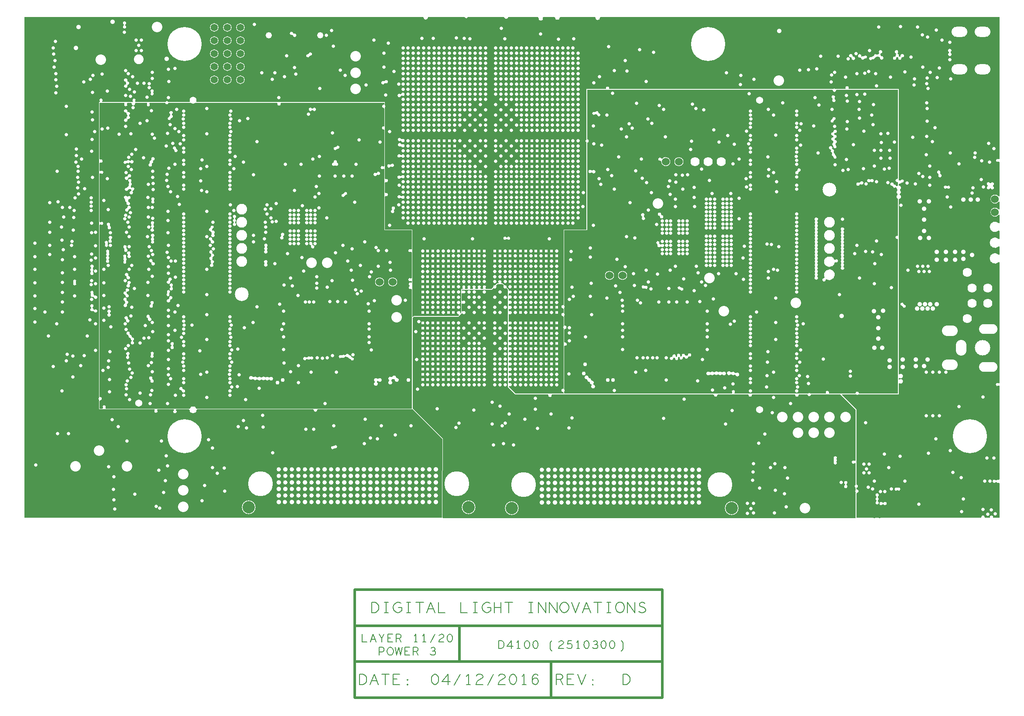
<source format=gbr>
G04 ================== begin FILE IDENTIFICATION RECORD ==================*
G04 Layout Name:  2510300_REV-D.brd*
G04 Film Name:    L11_pwr3.gbr*
G04 File Format:  Gerber RS274X*
G04 File Origin:  Cadence Allegro 16.6-2015-S051*
G04 Origin Date:  Tue Apr 12 06:53:57 2016*
G04 *
G04 Layer:  VIA CLASS/L11_PWR3*
G04 Layer:  PIN/L11_PWR3*
G04 Layer:  ETCH/L11_PWR3*
G04 Layer:  DRAWING FORMAT/TITLE_BLOCK*
G04 *
G04 Offset:    (0.00 0.00)*
G04 Mirror:    No*
G04 Mode:      Positive*
G04 Rotation:  0*
G04 FullContactRelief:  No*
G04 UndefLineWidth:     0.00*
G04 ================== end FILE IDENTIFICATION RECORD ====================*
%FSLAX25Y25*MOIN*%
%IR0*IPPOS*OFA0.00000B0.00000*MIA0B0*SFA1.00000B1.00000*%
%ADD13C,.06*%
%ADD15C,.025*%
%ADD14C,.07*%
%ADD12C,.016*%
%ADD10C,.055*%
%ADD11C,.094*%
%ADD16C,.02*%
%ADD17C,.006*%
%ADD18C,.008*%
%ADD22O,.12004X.08004*%
%ADD21O,.08004X.12004*%
%ADD20O,.14002X.07602*%
%ADD39C,.03004*%
%ADD19O,.12004X.07704*%
%ADD35C,.02404*%
%ADD33C,.03304*%
%ADD23C,.07004*%
%ADD27C,.03504*%
%ADD26C,.08004*%
%ADD25C,.02604*%
%ADD36C,.05404*%
%ADD38C,.08204*%
%ADD30C,.06504*%
%ADD28C,.07404*%
%ADD34C,.04904*%
%ADD31C,.10404*%
%ADD37C,.10504*%
%ADD29C,.26004*%
%ADD32C,.19004*%
%ADD24C,.11784*%
G75*
%LPD*%
G75*
G36*
G01X2500Y2500D02*
Y385500D01*
X307341D01*
X307350Y385310D01*
G03X310850I1750J90D01*
G01X310859Y385500D01*
X338854D01*
X338906Y385380D01*
G03X341294I1194J520D01*
G01X341346Y385500D01*
X368915D01*
X368965Y385372D01*
G03X372235I1635J628D01*
G01X372285Y385500D01*
X395033D01*
X395345Y385084D01*
X395317Y384989D01*
G03X398683I1683J-489D01*
G01X398655Y385084D01*
X398967Y385500D01*
X407631D01*
X407948Y385183D01*
Y385100D01*
G03X411452I1752J0D01*
G01Y385183D01*
X411769Y385500D01*
X438436D01*
X438754Y385167D01*
X438750Y385081D01*
G03X442250I1750J-81D01*
G01X442246Y385167D01*
X442564Y385500D01*
X747500D01*
Y277071D01*
X746939Y276811D01*
X746842Y276894D01*
G03Y274906I-842J-994D01*
G01X746939Y274989D01*
X747500Y274729D01*
Y248626D01*
X746869Y248413D01*
X746782Y248527D01*
G03Y244273I-2782J-2127D01*
G01X746869Y244387D01*
X747500Y244174D01*
Y238626D01*
X746869Y238413D01*
X746782Y238527D01*
G03Y234273I-2782J-2127D01*
G01X746869Y234387D01*
X747500Y234174D01*
Y228092D01*
X746913Y227847D01*
X746818Y227941D01*
G03Y222259I-2818J-2841D01*
G01X746913Y222353D01*
X747500Y222108D01*
Y215992D01*
X746913Y215747D01*
X746818Y215841D01*
G03Y210159I-2818J-2841D01*
G01X746913Y210253D01*
X747500Y210008D01*
Y203992D01*
X746913Y203747D01*
X746818Y203841D01*
G03Y198159I-2818J-2841D01*
G01X746913Y198253D01*
X747500Y198008D01*
Y105673D01*
X746913Y105429D01*
X746818Y105523D01*
G03Y103677I-918J-923D01*
G01X746913Y103771D01*
X747500Y103527D01*
Y31889D01*
X747012Y31596D01*
X746912Y31649D01*
G03X745174Y31154I-612J-1149D01*
G01X744626D01*
G03Y29846I-1126J-654D01*
G01X745174D01*
G03X746912Y29351I1126J654D01*
G01X747012Y29404D01*
X747500Y29111D01*
Y2500D01*
X743000D01*
X742682Y2858D01*
X742693Y2947D01*
G03X740107I-1293J153D01*
G01X740118Y2858D01*
X739800Y2500D01*
X736500D01*
X736182Y2858D01*
X736193Y2947D01*
G03X733607I-1293J153D01*
G01X733618Y2858D01*
X733300Y2500D01*
X638102D01*
Y21387D01*
X638439Y21705D01*
X638525Y21700D01*
G03Y24300I75J1300D01*
G01X638439Y24295D01*
X638102Y24613D01*
Y25392D01*
X638261Y25424D01*
G03Y27976I-261J1276D01*
G01X638102Y28008D01*
Y85608D01*
X626958Y96752D01*
X627060Y96998D01*
X637687D01*
G03X639813I1063J752D01*
G01X670502D01*
Y105266D01*
X671006Y105553D01*
X671106Y105493D01*
G03Y108507I894J1507D01*
G01X671006Y108447D01*
X670502Y108734D01*
Y109266D01*
X671006Y109553D01*
X671106Y109493D01*
G03Y112507I894J1507D01*
G01X671006Y112447D01*
X670502Y112734D01*
Y216547D01*
X670515Y216582D01*
G03Y217518I-1215J468D01*
G01X670502Y217553D01*
Y246339D01*
X670681Y246357D01*
G03X671370Y249621I-181J1743D01*
G01Y250179D01*
G03X671553Y253100I-870J1521D01*
G01Y253600D01*
G03X670681Y256743I-1053J1400D01*
G01X670502Y256761D01*
Y257797D01*
X670893Y258112D01*
X670987Y258092D01*
G03X672424Y258773I277J1272D01*
G01X672456Y258836D01*
X672818Y258996D01*
X672886Y258977D01*
G03X672072Y260823I346J1255D01*
G01X672040Y260760D01*
X671678Y260600D01*
X671610Y260619D01*
G03X671017Y260642I-346J-1255D01*
G01X670940Y260627D01*
X670575Y260858D01*
X670555Y260934D01*
G03X670514Y261062I-1259J-333D01*
G01X670502Y261096D01*
Y330502D01*
X632434D01*
X632134Y330968D01*
X632179Y331067D01*
G03X629809I-1185J539D01*
G01X629854Y330968D01*
X629554Y330502D01*
X622336D01*
G03X620388I-974J-864D01*
G01X449682D01*
X449365Y330880D01*
X449382Y330972D01*
G03X446818I-1282J228D01*
G01X446835Y330880D01*
X446518Y330502D01*
X431998D01*
Y292045D01*
X431879Y291993D01*
G03Y289607I521J-1193D01*
G01X431998Y289555D01*
Y223002D01*
X414498D01*
Y165613D01*
X414161Y165295D01*
X414075Y165300D01*
G03Y162700I-75J-1300D01*
G01X414161Y162705D01*
X414498Y162387D01*
Y159613D01*
X414161Y159295D01*
X414075Y159300D01*
G03Y156700I-75J-1300D01*
G01X414161Y156705D01*
X414498Y156387D01*
Y149239D01*
G03Y147361I902J-939D01*
G01Y135903D01*
X414485Y135868D01*
G03Y134932I1215J-468D01*
G01X414498Y134897D01*
Y101613D01*
X414161Y101295D01*
X414075Y101300D01*
G03Y98700I-75J-1300D01*
G01X414161Y98705D01*
X414498Y98387D01*
Y97602D01*
X377608D01*
X372402Y102808D01*
Y103054D01*
X372903Y103342D01*
X373003Y103283D01*
G03Y105533I656J1125D01*
G01X372903Y105474D01*
X372402Y105762D01*
Y106990D01*
X372903Y107278D01*
X373003Y107219D01*
G03Y109469I656J1125D01*
G01X372903Y109410D01*
X372402Y109698D01*
Y110928D01*
X372903Y111216D01*
X373003Y111157D01*
G03Y113407I656J1125D01*
G01X372903Y113348D01*
X372402Y113636D01*
Y114864D01*
X372903Y115152D01*
X373003Y115093D01*
G03Y117343I656J1125D01*
G01X372903Y117284D01*
X372402Y117572D01*
Y118802D01*
X372903Y119090D01*
X373003Y119031D01*
G03Y121281I656J1125D01*
G01X372903Y121222D01*
X372402Y121510D01*
Y122738D01*
X372903Y123026D01*
X373003Y122967D01*
G03Y125217I656J1125D01*
G01X372903Y125158D01*
X372402Y125446D01*
Y126676D01*
X372903Y126964D01*
X373003Y126905D01*
G03Y129155I656J1125D01*
G01X372903Y129096D01*
X372402Y129384D01*
Y130612D01*
X372903Y130900D01*
X373003Y130841D01*
G03Y133091I656J1125D01*
G01X372903Y133032D01*
X372402Y133320D01*
Y134550D01*
X372903Y134838D01*
X373003Y134779D01*
G03Y137029I656J1125D01*
G01X372903Y136970D01*
X372402Y137258D01*
Y138487D01*
X372903Y138775D01*
X373003Y138716D01*
G03Y140966I656J1125D01*
G01X372903Y140907D01*
X372402Y141195D01*
Y142424D01*
X372903Y142712D01*
X373003Y142653D01*
G03Y144903I656J1125D01*
G01X372903Y144844D01*
X372402Y145132D01*
Y146361D01*
X372903Y146649D01*
X373003Y146590D01*
G03Y148840I656J1125D01*
G01X372903Y148781D01*
X372402Y149069D01*
Y150298D01*
X372903Y150586D01*
X373003Y150527D01*
G03Y152777I656J1125D01*
G01X372903Y152718D01*
X372402Y153006D01*
Y158194D01*
X372903Y158482D01*
X373003Y158423D01*
G03Y160673I656J1125D01*
G01X372903Y160614D01*
X372402Y160902D01*
Y162131D01*
X372903Y162419D01*
X373003Y162360D01*
G03Y164610I656J1125D01*
G01X372903Y164551D01*
X372402Y164839D01*
Y166068D01*
X372903Y166356D01*
X373003Y166297D01*
G03Y168547I656J1125D01*
G01X372903Y168488D01*
X372402Y168776D01*
Y170005D01*
X372903Y170293D01*
X373003Y170234D01*
G03Y172484I656J1125D01*
G01X372903Y172425D01*
X372402Y172713D01*
Y173942D01*
X372903Y174230D01*
X373003Y174171D01*
G03Y176421I656J1125D01*
G01X372903Y176362D01*
X372402Y176650D01*
Y177408D01*
X370968Y178841D01*
X370992Y178948D01*
G03X369436Y180504I-1270J286D01*
G01X369329Y180480D01*
X368008Y181802D01*
X367064D01*
X366787Y182330D01*
X366856Y182429D01*
G03X364714I-1071J741D01*
G01X364783Y182330D01*
X364506Y181802D01*
X363592D01*
X362264Y180473D01*
X362155Y180499D01*
G03X360583Y178927I-307J-1265D01*
G01X360609Y178818D01*
X359392Y177602D01*
X354990D01*
X354752Y178198D01*
X354850Y178291D01*
G03X353054I-898J943D01*
G01X353152Y178198D01*
X352914Y177602D01*
X351053D01*
X350815Y178198D01*
X350913Y178291D01*
G03X349117I-898J943D01*
G01X349215Y178198D01*
X348977Y177602D01*
X347116D01*
X346878Y178198D01*
X346976Y178291D01*
G03X345180I-898J943D01*
G01X345278Y178198D01*
X345040Y177602D01*
X343179D01*
X342941Y178198D01*
X343039Y178291D01*
G03X341243I-898J943D01*
G01X341341Y178198D01*
X341103Y177602D01*
X339242D01*
X339004Y178198D01*
X339102Y178291D01*
G03X337306I-898J943D01*
G01X337404Y178198D01*
X337166Y177602D01*
X336198D01*
Y159308D01*
X335696Y158805D01*
X335468Y159033D01*
X335505Y159149D01*
G03X334195Y158248I-1239J399D01*
G01X334325Y158241D01*
X334548Y157657D01*
X333792Y156902D01*
X299792D01*
X299248Y156358D01*
X299002Y156460D01*
Y223002D01*
X278002D01*
Y248342D01*
X278433Y248651D01*
X278530Y248617D01*
G03Y251083I420J1233D01*
G01X278433Y251049D01*
X278002Y251358D01*
Y259083D01*
X278455Y259387D01*
X278554Y259346D01*
G03Y261754I496J1204D01*
G01X278455Y261713D01*
X278002Y262017D01*
Y300106D01*
G03Y301494I-1102J694D01*
G01Y316468D01*
G03Y318132I-1002J832D01*
G01Y320502D01*
X134204D01*
X133895Y320933D01*
X133928Y321030D01*
G03X128812I-2558J870D01*
G01X128845Y320933D01*
X128536Y320502D01*
X112611D01*
X112561Y320628D01*
G03X110139I-1211J-478D01*
G01X110089Y320502D01*
X87376D01*
X87123Y321075D01*
X87211Y321171D01*
G03X85289I-961J879D01*
G01X85377Y321075D01*
X85124Y320502D01*
X62176D01*
X61923Y321075D01*
X62011Y321171D01*
G03X60089I-961J879D01*
G01X60177Y321075D01*
X59924Y320502D01*
X59498D01*
Y94639D01*
G03Y92761I902J-939D01*
G01Y85498D01*
X101828D01*
X102088Y84938D01*
X102006Y84840D01*
G03X103994I994J-840D01*
G01X103912Y84938D01*
X104172Y85498D01*
X116539D01*
X116765Y84884D01*
X116658Y84793D01*
G03X118342I842J-993D01*
G01X118235Y84884D01*
X118461Y85498D01*
X128350D01*
X128667Y85187D01*
X128668Y85105D01*
G03X134072I2702J45D01*
G01X134073Y85187D01*
X134390Y85498D01*
X223299D01*
X223617Y85141D01*
X223607Y85052D01*
G03X226193I1293J-152D01*
G01X226183Y85141D01*
X226501Y85498D01*
X299002D01*
Y85540D01*
X299248Y85642D01*
X321798Y63092D01*
Y39108D01*
X321398Y38708D01*
Y2792D01*
X321444Y2747D01*
X321342Y2500D01*
X2500D01*
G37*
G36*
G01X60000Y92081D02*
X60317Y92398D01*
X60400D01*
G03Y95002I0J1302D01*
G01X60317D01*
X60000Y95319D01*
Y226727D01*
X60587Y226971D01*
X60682Y226877D01*
G03Y228723I918J923D01*
G01X60587Y228629D01*
X60000Y228873D01*
Y265827D01*
X60587Y266071D01*
X60682Y265977D01*
G03Y267823I918J923D01*
G01X60587Y267729D01*
X60000Y267973D01*
Y273958D01*
X60465Y274258D01*
X60564Y274213D01*
G03Y276587I536J1187D01*
G01X60465Y276542D01*
X60000Y276842D01*
Y320000D01*
X78711D01*
X78974Y319444D01*
X78894Y319346D01*
G03X80906I1006J-826D01*
G01X80826Y319444D01*
X81089Y320000D01*
X84243D01*
X84557Y319600D01*
X84534Y319506D01*
G03X87066I1266J-306D01*
G01X87043Y319600D01*
X87357Y320000D01*
X96127D01*
X96371Y319413D01*
X96277Y319318D01*
G03X98123I923J-918D01*
G01X98029Y319413D01*
X98273Y320000D01*
X110047D01*
X110084Y319847D01*
G03X112616I1266J303D01*
G01X112653Y320000D01*
X129449D01*
G03X133291I1921J1900D01*
G01X195512D01*
X195819Y319557D01*
X195782Y319459D01*
G03X198218I1218J-459D01*
G01X198181Y319557D01*
X198488Y320000D01*
X277500D01*
Y318913D01*
X277163Y318595D01*
X277077Y318600D01*
G03Y316000I-77J-1300D01*
G01X277163Y316005D01*
X277500Y315687D01*
Y302400D01*
X277142Y302082D01*
X277053Y302093D01*
G03Y299507I-153J-1293D01*
G01X277142Y299518D01*
X277500Y299200D01*
Y271473D01*
X276913Y271229D01*
X276818Y271323D01*
G03Y269477I-918J-923D01*
G01X276913Y269571D01*
X277500Y269327D01*
Y222500D01*
X298500D01*
Y208071D01*
X297939Y207811D01*
X297842Y207894D01*
G03Y205906I-842J-994D01*
G01X297939Y205989D01*
X298500Y205729D01*
Y185871D01*
X297939Y185611D01*
X297842Y185694D01*
G03Y183706I-842J-994D01*
G01X297939Y183789D01*
X298500Y183529D01*
Y182670D01*
X298004Y182380D01*
X297904Y182436D01*
G03X296715Y180347I-590J-1047D01*
G01X296816Y180289D01*
Y179711D01*
X296715Y179653D01*
G03X297904Y177564I599J-1042D01*
G01X298004Y177620D01*
X298500Y177330D01*
Y86000D01*
X225597D01*
G03X224203I-697J-1100D01*
G01X133938D01*
X133889Y86128D01*
G03X128851I-2519J-978D01*
G01X128802Y86000D01*
X64671D01*
X64411Y86561D01*
X64494Y86658D01*
G03X62506I-994J842D01*
G01X62589Y86561D01*
X62329Y86000D01*
X60000D01*
Y92081D01*
G37*
G36*
G01X322500Y2400D02*
X321900Y3000D01*
Y38500D01*
X322300Y38900D01*
Y63300D01*
X299300Y86300D01*
Y155700D01*
X300000Y156400D01*
X334000D01*
X336565Y158965D01*
X337063Y158914D01*
X337115Y158834D01*
G03X337359Y160539I1089J714D01*
G01X337262Y160456D01*
X336700Y160715D01*
Y166255D01*
X337262Y166514D01*
X337359Y166431D01*
G03Y168413I845J991D01*
G01X337262Y168330D01*
X336700Y168589D01*
Y174129D01*
X337262Y174388D01*
X337359Y174305D01*
G03Y176287I845J991D01*
G01X337262Y176204D01*
X336700Y176463D01*
Y177100D01*
X359600D01*
X360863Y178363D01*
X361003Y178243D01*
G03X362839Y180079I845J991D01*
G01X362719Y180219D01*
X363800Y181300D01*
X367800D01*
X368867Y180233D01*
X368743Y180093D01*
G03X370581Y178255I979J-859D01*
G01X370721Y178379D01*
X371900Y177200D01*
Y102600D01*
X377400Y97100D01*
X402612D01*
X402919Y96657D01*
X402882Y96559D01*
G03X405318I1218J-459D01*
G01X405281Y96657D01*
X405588Y97100D01*
X414498D01*
Y96998D01*
X528999D01*
X529317Y96641D01*
X529307Y96552D01*
G03X531893I1293J-152D01*
G01X531883Y96641D01*
X532201Y96998D01*
X555461D01*
X555779Y96646D01*
X555770Y96558D01*
G03X558360I1295J-133D01*
G01X558351Y96646D01*
X558669Y96998D01*
X591071D01*
X591389Y96646D01*
X591380Y96558D01*
G03X593970I1295J-133D01*
G01X593961Y96646D01*
X594279Y96998D01*
X600788D01*
X600801Y96812D01*
G03X603399I1299J88D01*
G01X603412Y96998D01*
X626002D01*
X637600Y85400D01*
Y46159D01*
X636985Y45934D01*
X636895Y46040D01*
G03Y44360I-995J-840D01*
G01X636985Y44466D01*
X637600Y44241D01*
Y27946D01*
X637480Y27894D01*
G03Y25506I520J-1194D01*
G01X637600Y25454D01*
Y23834D01*
G03Y22166I1000J-834D01*
G01Y2700D01*
X637300Y2400D01*
X322500D01*
G37*
G36*
G01X415000Y146681D02*
X415317Y146998D01*
X415400D01*
G03Y149602I0J1302D01*
G01X415317D01*
X415000Y149919D01*
Y157166D01*
G03Y158834I-1000J834D01*
G01Y163166D01*
G03Y164834I-1000J834D01*
G01Y222500D01*
X432500D01*
Y289492D01*
X432660Y289524D01*
G03Y292076I-260J1276D01*
G01X432500Y292108D01*
Y330000D01*
X447593D01*
X447628Y329986D01*
G03X448572I472J1214D01*
G01X448607Y330000D01*
X619742D01*
X620059Y329690D01*
X620060Y329609D01*
G03X622664I1302J29D01*
G01X622665Y329690D01*
X622982Y330000D01*
X670000D01*
Y262186D01*
X669620Y261869D01*
X669528Y261886D01*
G03X669710Y259371I-233J-1281D01*
G01X669972Y259206D01*
G03X669995Y259073I1293J155D01*
G01X670000Y259051D01*
Y256685D01*
X669872Y256635D01*
G03X669256Y256234I626J-1636D01*
G01X669171Y256148D01*
X668602Y256323D01*
X668579Y256442D01*
G03X667071Y257482I-1279J-242D01*
G02X666601Y257858I-71J393D01*
G03X665529Y256518I-1301J-58D01*
G02X665999Y256142I71J-393D01*
G03X668105Y255177I1301J58D01*
G01X668200Y255251D01*
X668744Y255009D01*
X668752Y254888D01*
G03X669447Y253600I1748J112D01*
G01Y253100D01*
G03X669630Y250179I1053J-1400D01*
G01Y249621D01*
G03X669872Y246465I870J-1521D01*
G01X670000Y246415D01*
Y218632D01*
X669621Y218315D01*
X669530Y218332D01*
G03Y215768I-230J-1282D01*
G01X669621Y215785D01*
X670000Y215468D01*
Y97500D01*
X640368D01*
X640054Y97787D01*
X640047Y97865D01*
G03X637453I-1297J-115D01*
G01X637446Y97787D01*
X637132Y97500D01*
X617438D01*
X617131Y97943D01*
X617168Y98041D01*
G03X614732I-1218J459D01*
G01X614769Y97943D01*
X614462Y97500D01*
X603256D01*
G03X600944I-1156J-600D01*
G01X593410D01*
G03X591940I-735J-1075D01*
G01X557800D01*
G03X556330I-735J-1075D01*
G01X545273D01*
X545029Y98087D01*
X545123Y98182D01*
G03X543277I-923J918D01*
G01X543371Y98087D01*
X543127Y97500D01*
X531297D01*
G03X529903I-697J-1100D01*
G01X415000D01*
Y99166D01*
G03Y100834I-1000J834D01*
G01Y133818D01*
X415379Y134135D01*
X415470Y134118D01*
G03Y136682I230J1282D01*
G01X415379Y136665D01*
X415000Y136982D01*
Y146681D01*
G37*
%LPC*%
G75*
G36*
G01X219285Y357289D02*
G03X219732Y357594I57J396D01*
G02X220815Y356011I1268J-294D01*
G03X220368Y355706I-57J-396D01*
G02X219285Y357289I-1268J294D01*
G37*
G36*
G01X408972Y347113D02*
G02X410813Y345272I921J-920D01*
G02X408972Y347113I-921J920D01*
G37*
G36*
G01X315381Y343558D02*
X315382D01*
G02Y340954I0J-1302D01*
G02X315381Y343558I-1J1302D01*
G37*
G36*
G01X396780Y342256D02*
G02X399384I1302J0D01*
G02X396780I-1302J-1D01*
G37*
G36*
G01X302268Y338318D02*
G02X304872I1302J1D01*
G02X302268I-1302J0D01*
G37*
G36*
G01X278258Y335001D02*
G03X277689Y334820I-204J-344D01*
G02X277163Y336471I-1189J530D01*
G03X277732Y336652I204J344D01*
G02X278258Y335001I1189J-530D01*
G37*
G36*
G01X412528Y334382D02*
G02X415132I1302J0D01*
G02X412528I-1302J-1D01*
G37*
G36*
G01X318016Y330444D02*
G02X320620I1302J1D01*
G02X318016I-1302J0D01*
G37*
G36*
G01X99147Y327687D02*
G03X99137Y328241I-293J272D01*
G02X101013Y328273I923J919D01*
G03X101023Y327719I293J-272D01*
G02X99147Y327687I-923J-919D01*
G37*
G36*
G01X416846Y323491D02*
G02X418687Y321650I921J-920D01*
G02X416846Y323491I-921J920D01*
G37*
G36*
G01X404654Y318634D02*
G02X407258I1302J0D01*
G02X404654I-1302J-1D01*
G37*
G36*
G01X314080Y302886D02*
G02X316684I1302J0D01*
G02X314080I-1302J-1D01*
G37*
G36*
G01X303570Y300250D02*
X303571D01*
G02X303570Y297646I0J-1302D01*
G02Y300250I0J1302D01*
G37*
G36*
G01X707056Y256383D02*
G03X707620Y256360I294J272D01*
G02X707544Y254517I880J-959D01*
G03X706980Y254540I-294J-272D01*
G02X707056Y256383I-880J959D01*
G37*
G36*
G01X41831Y182690D02*
G03Y182410I143J-140D01*
G02X39969I-931J-910D01*
G03Y182690I-143J140D01*
G02X41831I931J910D01*
G37*
G36*
G01X674302Y166002D02*
G03X674702Y165602I400J0D01*
G02X673398Y164298I-2J-1302D01*
G03X672998Y164698I-400J0D01*
G02X674302Y166002I2J1302D01*
G37*
G36*
G01X239613Y55738D02*
G03X239096Y55597I-180J-357D01*
G02X238587Y57462I-1096J703D01*
G03X239104Y57603I180J357D01*
G02X239613Y55738I1096J-703D01*
G37*
G36*
G01X669633Y23529D02*
G03X669367I-133J-150D01*
G02Y25471I-867J971D01*
G03X669633I133J150D01*
G02Y23529I867J-971D01*
G37*
G36*
G01X79615Y379147D02*
G02X78385I-615J-1147D01*
G03Y379853I-189J353D01*
G02X79615I615J1147D01*
G03Y379147I189J-353D01*
G37*
G36*
G01X208465Y372787D02*
G02X207699Y371560I535J-1187D01*
G03X207135Y371913I-400J-12D01*
G02X207901Y373140I-535J1187D01*
G03X208465Y372787I400J12D01*
G37*
G36*
G01X710115Y358147D02*
G02X708885I-615J-1147D01*
G03Y358853I-189J353D01*
G02X710115I615J1147D01*
G03Y358147I189J-353D01*
G37*
G36*
G01X644170Y353730D02*
G02X641699Y354337I-1170J571D01*
G01X641702Y354447D01*
X641235Y354758D01*
X641135Y354713D01*
G02X641901Y355863I-535J1187D01*
G01X641898Y355753D01*
X642365Y355442D01*
X642465Y355487D01*
G02X643545Y355482I535J-1187D01*
G01X643809Y355576D01*
G02X644434Y353824I1170J-570D01*
G01X644170Y353730D01*
G37*
G36*
G01X672515Y354414D02*
X672537Y354309D01*
G02X670017Y354412I-1273J-273D01*
G01X670050Y354520D01*
X669666Y354942D01*
X669555Y354919D01*
G02X669064Y354914I-259J1276D01*
G01X668960Y354932D01*
X668580Y354543D01*
X668602Y354438D01*
G02X667558Y355454I-1275J-265D01*
G01X667662Y355436D01*
X668042Y355825D01*
X668020Y355930D01*
G02X668404Y357144I1275J264D01*
G01X668482Y357218D01*
X668387Y357761D01*
X668287Y357803D01*
G02X669691Y358051I512J1197D01*
G01X669613Y357977D01*
X669708Y357434D01*
X669808Y357392D01*
G02X670542Y355819I-513J-1197D01*
G01X670509Y355711D01*
X670893Y355289D01*
X671004Y355312D01*
G02X671497Y355317I259J-1276D01*
G01X671602Y355298D01*
X671981Y355690D01*
X671959Y355795D01*
G02X672999Y354787I1273J273D01*
G01X672894Y354806D01*
X672515Y354414D01*
G37*
G36*
G01X635591Y355249D02*
G02X634565Y354272I240J-1280D01*
G03X634102Y354758I-389J93D01*
G02X635128Y355735I-240J1280D01*
G03X635591Y355249I389J-93D01*
G37*
G36*
G01X650172Y353232D02*
G02X649562Y354974I-1172J567D01*
G01X649828Y355068D01*
G02X651084Y355799I1171J-568D01*
G01X651163Y355794D01*
X651498Y356073D01*
X651507Y356152D01*
G02X653777Y356861I1293J-152D01*
G01X653843Y356786D01*
X654362Y356827D01*
X654415Y356911D01*
G02X655349Y357507I1101J-695D01*
G01X655467Y357522D01*
X655680Y358071D01*
X655604Y358162D01*
G02X656767Y357709I996J838D01*
G01X656649Y357694D01*
X656436Y357145D01*
X656512Y357054D01*
G02X656805Y356032I-996J-839D01*
G01X656790Y355931D01*
X657171Y355564D01*
X657271Y355582D01*
G02X656211Y354484I229J-1282D01*
G01X656226Y354585D01*
X655845Y354952D01*
X655745Y354934D01*
G02X654539Y355355I-229J1282D01*
G01X654473Y355430D01*
X653954Y355389D01*
X653901Y355305D01*
G02X652716Y354701I-1101J695D01*
G01X652637Y354706D01*
X652302Y354427D01*
X652293Y354348D01*
G02X650438Y353326I-1293J152D01*
G01X650172Y353232D01*
G37*
G36*
G01X81050Y333309D02*
X81091Y333217D01*
G02X79757Y333984I-1191J-527D01*
G01X79858Y333995D01*
X80120Y334451D01*
X80079Y334543D01*
G02X80067Y335567I1191J526D01*
G01X80105Y335659D01*
X79843Y336105D01*
X79745Y336117D01*
G02X81103Y336913I155J1293D01*
G01X81065Y336821D01*
X81327Y336375D01*
X81425Y336363D01*
G02X81413Y333776I-155J-1293D01*
G01X81312Y333765D01*
X81050Y333309D01*
G37*
G36*
G01X290180Y325361D02*
G02X289807Y326534I-1280J239D01*
G03X290479Y326747I279J287D01*
G02X290852Y325574I1280J-239D01*
G03X290180Y325361I-279J-287D01*
G37*
G36*
G01X290968Y292086D02*
G02X290515Y290666I791J-1035D01*
G03X289891Y290866I-382J-118D01*
G02X290344Y292286I-791J1035D01*
G03X290968Y292086I382J118D01*
G37*
G36*
G01X291016Y288184D02*
G02X290544Y286646I743J-1069D01*
G03X289943Y286831I-373J-144D01*
G02X290415Y288369I-743J1069D01*
G03X291016Y288184I373J144D01*
G37*
G36*
G01X290662Y279942D02*
G02X290593Y278662I1097J-701D01*
G03X289897Y278699I-358J-178D01*
G02X289966Y279979I-1097J701D01*
G03X290662Y279942I358J178D01*
G37*
G36*
G01X282149Y271088D02*
G02X281840Y272695I-1149J612D01*
G03X282451Y272812I258J305D01*
G02X282760Y271205I1149J-612D01*
G03X282149Y271088I-258J-305D01*
G37*
G36*
G01X702380Y265545D02*
G02X700931Y265044I-381J-1245D01*
G03X700720Y265655I-328J229D01*
G02X702169Y266156I381J1245D01*
G03X702380Y265545I328J-229D01*
G37*
G36*
G01X290014Y262629D02*
G02X289850Y263870I-1214J471D01*
G03X290545Y263963I322J237D01*
G02X290709Y262722I1214J-471D01*
G03X290014Y262629I-322J-237D01*
G37*
G36*
G01X740204Y254490D02*
X740147Y254385D01*
G02X738385Y256147I-1147J615D01*
G01X738490Y256204D01*
Y256796D01*
X738385Y256853D01*
G02X740147Y258615I615J1147D01*
G01X740204Y258510D01*
X740796D01*
X740853Y258615D01*
G02X742615Y256853I1147J-615D01*
G01X742510Y256796D01*
Y256204D01*
X742615Y256147D01*
G02X740853Y254385I-615J-1147D01*
G01X740796Y254490D01*
X740204D01*
G37*
G36*
G01X290751Y248568D02*
G02X290580Y247192I1008J-824D01*
G03X289908Y247276I-362J-169D01*
G02X290079Y248652I-1008J824D01*
G03X290751Y248568I362J169D01*
G37*
G36*
G01X284770Y237668D02*
G02X283289Y237997I-970J-868D01*
G03X283430Y238632I-157J368D01*
G02X284911Y238303I970J868D01*
G03X284770Y237668I157J-368D01*
G37*
G36*
G01X370653Y215787D02*
G02Y216985I-1042J599D01*
G03X371347I347J199D01*
G02Y215787I1042J-599D01*
G03X370653I-347J-199D01*
G37*
G36*
G01X54773Y190619D02*
X54853Y190562D01*
G02X53270Y190503I-753J-1062D01*
G01X53346Y190566D01*
X53327Y191081D01*
X53247Y191138D01*
G02X53342Y193323I753J1062D01*
G01X53433Y193377D01*
X53471Y193916D01*
X53389Y193981D01*
G02X54858Y193877I810J1019D01*
G01X54767Y193823D01*
X54729Y193284D01*
X54811Y193219D01*
G02X54830Y191197I-811J-1019D01*
G01X54754Y191134D01*
X54773Y190619D01*
G37*
G36*
G01X56191Y172397D02*
X56287Y172449D01*
G02X55600Y171222I613J-1149D01*
G01X55594Y171331D01*
X55109Y171603D01*
X55013Y171551D01*
G02X53370Y173497I-613J1149D01*
G03X53323Y174037I-316J245D01*
G02X55230Y174203I877J963D01*
G03X55277Y173663I316J-245D01*
G02X55700Y172778I-877J-963D01*
G01X55706Y172669D01*
X56191Y172397D01*
G37*
G36*
G01X55954Y161702D02*
X56042Y161779D01*
G02X55616Y160585I858J-979D01*
G01X55596Y160701D01*
X55046Y160898D01*
X54958Y160821D01*
G02X53514Y162962I-859J978D01*
G01Y163538D01*
G02X54686I586J1162D01*
G01Y162962D01*
G02X55384Y162015I-586J-1163D01*
G01X55404Y161899D01*
X55954Y161702D01*
G37*
G36*
G01X654510Y15204D02*
X654615Y15147D01*
G02X653385I-615J-1147D01*
G01X653490Y15204D01*
Y15796D01*
X653385Y15853D01*
G02Y18147I615J1147D01*
G01X653490Y18204D01*
Y18796D01*
X653385Y18853D01*
G02X654615I615J1147D01*
G01X654510Y18796D01*
Y18204D01*
X654615Y18147D01*
G02Y15853I-615J-1147D01*
G01X654510Y15796D01*
Y15204D01*
G37*
G36*
G01X658147Y12885D02*
G02Y14115I-1147J615D01*
G03X658853I353J189D01*
G02Y12885I1147J-615D01*
G03X658147I-353J-189D01*
G37*
G36*
G01X241680Y284718D02*
G03X241218Y284483I-93J-389D01*
G02X240320Y286250I-1202J501D01*
G03X240782Y286485I93J389D01*
G02X241680Y284718I1202J-501D01*
G37*
G36*
G01X117033Y283700D02*
G03X116774Y284170I-389J92D01*
G02X118467Y285100I426J1230D01*
G03X118726Y284630I389J-92D01*
G02X117033Y283700I-426J-1230D01*
G37*
G36*
G01X240103Y272054D02*
X239697D01*
X239641Y272006D01*
G02X238432Y274249I-841J994D01*
G01X238504Y274270D01*
X238726Y274621D01*
X238714Y274695D01*
G02X241277Y274644I1286J204D01*
G01X241263Y274574D01*
X241446Y274225D01*
X241512Y274197D01*
G02X240159Y272006I-512J-1197D01*
G01X240103Y272054D01*
G37*
G36*
G01X247774Y249404D02*
G03X247336Y249030I-39J-398D01*
G02X246162Y250402I-1300J76D01*
G03X246600Y250776I39J398D01*
G02X247774Y249404I1300J-76D01*
G37*
G36*
G01X99715Y245057D02*
G03X99729Y245611I-281J284D01*
G02X101605Y245563I961J879D01*
G03X101591Y245009I281J-284D01*
G02X99715Y245057I-961J-879D01*
G37*
G36*
G01X67779Y226271D02*
G03X67943Y225683I331J-225D01*
G02X66321Y225229I-543J-1183D01*
G03X66157Y225817I-331J225D01*
G02X67779Y226271I543J1183D01*
G37*
G36*
G01X64240Y211780D02*
G03X64217Y212344I-295J270D01*
G02X66060Y212420I884J956D01*
G03X66083Y211856I295J-270D01*
G02X64240Y211780I-884J-956D01*
G37*
G36*
G01X187719Y207488D02*
Y207012D01*
G02X186081I-819J-1012D01*
G01Y207488D01*
G02X186056Y209492I819J1012D01*
G01X186123Y209548D01*
X186142Y210017D01*
X186080Y210079D01*
G02X187844Y210008I920J921D01*
G01X187777Y209952D01*
X187758Y209483D01*
X187820Y209421D01*
G02X187719Y207488I-920J-921D01*
G37*
G36*
G01X80192Y199417D02*
X80168Y198977D01*
X80222Y198915D01*
G02X78358Y199018I-982J-855D01*
G01X78418Y199073D01*
X78442Y199513D01*
X78388Y199575D01*
G02X78368Y201262I982J855D01*
G01X78420Y201324D01*
X78386Y201762D01*
X78326Y201816D01*
G02X80192Y201958I864J974D01*
G01X80140Y201896D01*
X80174Y201458D01*
X80234Y201404D01*
G02X80252Y199472I-864J-974D01*
G01X80192Y199417D01*
G37*
G36*
G01X187784Y197544D02*
G03Y196956I271J-294D01*
G02X186016I-884J-956D01*
G03Y197544I-271J294D01*
G02X187784I884J956D01*
G37*
G36*
G01X83043Y181317D02*
G03X82879Y180729I167J-363D01*
G02X81257Y181183I-1079J-729D01*
G03X81421Y181771I-167J363D01*
G02X83043Y181317I1079J729D01*
G37*
G36*
G01X111436Y174284D02*
G03X111509Y174839I-247J315D01*
G02X113354Y174596I1041J781D01*
G03X113281Y174041I247J-315D01*
G02X111436Y174284I-1041J-781D01*
G37*
G36*
G01X98225Y156159D02*
G03X98516Y155632I376J-136D01*
G02X97015Y154801I-276J-1272D01*
G03X96724Y155328I-376J136D01*
G02X98225Y156159I276J1272D01*
G37*
G36*
G01X101045Y127407D02*
G03X101005Y126850I266J-299D01*
G02X99145Y126983I-995J-840D01*
G03X99185Y127540I-266J299D01*
G02X101045Y127407I995J840D01*
G37*
G36*
G01X100197Y108924D02*
G03X100446Y108369I362J-171D01*
G02X98903Y107676I-366J-1249D01*
G03X98654Y108231I-362J171D01*
G02X100197Y108924I366J1249D01*
G37*
G36*
G01X271846Y106759D02*
Y106241D01*
G02X270154I-846J-1241D01*
G01Y106759D01*
G02X272241Y108846I846J1241D01*
G01X272759D01*
G02Y107154I1241J-846D01*
G01X272241D01*
G02X271846Y106759I-1241J846D01*
G37*
G36*
G01X222147Y314385D02*
G02Y315615I-1147J615D01*
G03X222853I353J189D01*
G02Y314385I1147J-615D01*
G03X222147I-353J-189D01*
G37*
G36*
G01X114495Y308033D02*
G02X113075Y309196I-1295J-133D01*
G01X113255Y309415D01*
G02X113967Y310712I1295J133D01*
G01Y311289D01*
G02X115133I583J1164D01*
G01Y310712D01*
G02X114675Y308252I-583J-1164D01*
G01X114495Y308033D01*
G37*
G36*
G01X81128Y307146D02*
X81157Y307040D01*
G02X80135Y307981I-1257J-340D01*
G01X80243Y307961D01*
X80622Y308372D01*
X80593Y308478D01*
G02X81267Y309982I1257J340D01*
G01Y310559D01*
G02X80583Y312022I583J1164D01*
G01X80607Y312127D01*
X80231Y312526D01*
X80124Y312507D01*
G02X81167Y313491I-224J1283D01*
G01X81143Y313386D01*
X81519Y312987D01*
X81626Y313006D01*
G02X82433Y310559I224J-1283D01*
G01Y309982D01*
G02X81615Y307537I-583J-1164D01*
G01X81507Y307557D01*
X81128Y307146D01*
G37*
G36*
G01X80535Y273762D02*
G02X80101Y275497I-1135J638D01*
G03X80665Y275638I215J337D01*
G02X82897Y275701I1135J-638D01*
G01X82954Y275612D01*
X83493Y275593D01*
X83555Y275677D01*
G02X83503Y274199I1045J-777D01*
G01X83446Y274288D01*
X82907Y274307D01*
X82845Y274223D01*
G02X81099Y273903I-1045J777D01*
G03X80535Y273762I-215J-337D01*
G37*
G36*
G01X99825Y273072D02*
G02X98173Y273674I-1155J-602D01*
G03X98375Y274228I-152J369D01*
G02X99312Y276114I1155J602D01*
G01X99409Y276130D01*
X99650Y276581D01*
X99610Y276671D01*
G02X101018Y275916I1190J529D01*
G01X100921Y275900D01*
X100680Y275449D01*
X100720Y275359D01*
G02X100027Y273626I-1190J-529D01*
G03X99825Y273072I152J-369D01*
G37*
G36*
G01X271709Y264716D02*
G02X271204Y266296I-1209J484D01*
G03X271791Y266484I216J336D01*
G02X272296Y264904I1209J-484D01*
G03X271709Y264716I-216J-336D01*
G37*
G36*
G01X81777Y262555D02*
G02X80990Y263506I-1277J-255D01*
G03X81533Y263955I151J370D01*
G02X82320Y263004I1277J255D01*
G03X81777Y262555I-151J-370D01*
G37*
G36*
G01X85102Y252146D02*
X85179Y252058D01*
G02X83985Y252484I-979J-858D01*
G01X84101Y252504D01*
X84298Y253054D01*
X84221Y253142D01*
G02X83911Y253820I979J858D01*
G01X83895Y253928D01*
X83392Y254161D01*
X83300Y254102D01*
G02X82281Y253938I-699J1098D01*
G03X81788Y253609I-97J-388D01*
G02X80819Y255062I-1288J191D01*
G03X81312Y255391I97J388D01*
G02X82116Y256409I1288J-191D01*
G01X82204Y256444D01*
X82355Y256917D01*
X82304Y256996D01*
G02X82558Y258693I1096J703D01*
G01X82639Y258762D01*
X82581Y259301D01*
X82487Y259351D01*
G02X83942Y259507I613J1149D01*
G01X83861Y259438D01*
X83919Y258899D01*
X84013Y258849D01*
G02X83884Y256491I-613J-1149D01*
G01X83796Y256456D01*
X83645Y255983D01*
X83696Y255904D01*
G02X83889Y255380I-1097J-702D01*
G01X83905Y255272D01*
X84408Y255039D01*
X84500Y255098D01*
G02X85415Y252716I700J-1098D01*
G01X85299Y252696D01*
X85102Y252146D01*
G37*
G36*
G01X81983Y244249D02*
X82078Y244232D01*
G02X80658Y243474I-228J-1282D01*
G01X80697Y243562D01*
X80457Y244011D01*
X80362Y244028D01*
G02X79441Y245922I228J1282D01*
G03X79248Y246477I-353J188D01*
G02X80862Y248378I522J1193D01*
G01X80917Y248294D01*
X81439Y248261D01*
X81504Y248338D01*
G02X82280Y246217I996J-838D01*
G01X82170Y246236D01*
X81798Y245809D01*
X81832Y245702D01*
G02X81782Y244786I-1242J-392D01*
G01X81743Y244698D01*
X81983Y244249D01*
G37*
G36*
G01X82082Y238228D02*
G02X80819Y239302I-1282J-228D01*
G03X81218Y239772I5J400D01*
G02X82481Y238698I1282J228D01*
G03X82082Y238228I-5J-400D01*
G37*
G36*
G01X163510Y228204D02*
X163615Y228147D01*
G02X162385I-615J-1147D01*
G01X162490Y228204D01*
Y228796D01*
X162385Y228853D01*
G02Y231147I615J1147D01*
G01X162490Y231204D01*
Y231796D01*
X162385Y231853D01*
G02X163615I615J1147D01*
G01X163510Y231796D01*
Y231204D01*
X163615Y231147D01*
G02Y228853I-615J-1147D01*
G01X163510Y228796D01*
Y228204D01*
G37*
G36*
G01X100861Y223728D02*
X100952Y223663D01*
G02X99601Y223756I-752J-1063D01*
G01X99700Y223808D01*
X99739Y224372D01*
X99648Y224437D01*
G02X99570Y226503I752J1063D01*
G01X99646Y226566D01*
X99627Y227081D01*
X99547Y227138D01*
G02X101130Y227197I753J1062D01*
G01X101054Y227134D01*
X101073Y226619D01*
X101153Y226562D01*
G02X100999Y224344I-753J-1062D01*
G01X100900Y224292D01*
X100861Y223728D01*
G37*
G36*
G01X147420Y219421D02*
G02X145656Y219492I-920J-921D01*
G03X145680Y220079I-259J305D01*
G02X145320Y221240I920J922D01*
G01X145339Y221340D01*
X144975Y221723D01*
X144874Y221710D01*
G02X144418Y224271I-174J1290D01*
G03X144724Y224741I-86J391D01*
G02X146282Y223729I1276J259D01*
G03X145976Y223259I86J-391D01*
G02X145980Y222760I-1276J-260D01*
G01X145961Y222660D01*
X146325Y222277D01*
X146426Y222290D01*
G02X147444Y220008I174J-1290D01*
G03X147420Y219421I259J-305D01*
G37*
G36*
G01X200217Y217513D02*
G02X198642Y217876I-1017J-813D01*
G03X198783Y218487I-172J361D01*
G02X200358Y218124I1017J813D01*
G03X200217Y217513I172J-361D01*
G37*
G36*
G01X68789Y215135D02*
G02X67394Y215252I-789J-1035D01*
G03X67451Y215925I-186J355D01*
G02X68846Y215808I789J1035D01*
G03X68789Y215135I186J-355D01*
G37*
G36*
G01X146271Y214900D02*
G02X144982Y214059I-71J-1300D01*
G03X144629Y214600I-374J141D01*
G02X145918Y215441I71J1300D01*
G03X146271Y214900I374J-141D01*
G37*
G36*
G01X101343Y214339D02*
G02X99467Y214307I-923J-919D01*
G03X99457Y214861I-293J272D01*
G02X99699Y216890I923J919D01*
G01X99789Y216945D01*
X99813Y217489D01*
X99727Y217552D01*
G02X101181Y217490I773J1048D01*
G01X101091Y217435D01*
X101067Y216891D01*
X101153Y216828D01*
G02X101333Y214893I-773J-1048D01*
G03X101343Y214339I293J-272D01*
G37*
G36*
G01X222756Y211101D02*
G02X221695Y210489I44J-1301D01*
G03X221343Y211101I-339J212D01*
G02X222404Y211713I-44J1301D01*
G03X222756Y211101I339J-212D01*
G37*
G36*
G01X80487Y208408D02*
G02X79001Y208035I-487J-1208D01*
G03X78843Y208662I-307J256D01*
G02X80329Y209035I487J1208D01*
G03X80487Y208408I307J-256D01*
G37*
G36*
G01X83212Y203590D02*
G02X81596Y203437I-712J-1090D01*
G03X81538Y204060I-277J288D01*
G02X83154Y204213I712J1090D01*
G03X83212Y203590I277J-288D01*
G37*
G36*
G01X66940Y199794D02*
G02X65260I-840J-994D01*
G03Y200406I-258J306D01*
G02X65347Y202462I840J994D01*
G01X65427Y202519D01*
X65446Y203034D01*
X65370Y203097D01*
G02X65240Y204980I830J1003D01*
G03X65217Y205544I-295J270D01*
G02X67060Y205620I884J956D01*
G03X67083Y205056I295J-270D01*
G02X66953Y203038I-883J-956D01*
G01X66873Y202981D01*
X66854Y202466D01*
X66930Y202403D01*
G02X66940Y200406I-830J-1003D01*
G03Y199794I258J-306D01*
G37*
G36*
G01X100747Y198175D02*
G02X99682Y197390I133J-1295D01*
G03X99273Y197945I-368J157D01*
G02X100338Y198730I-133J1295D01*
G03X100747Y198175I368J-157D01*
G37*
G36*
G01X146533Y196613D02*
X146595Y196540D01*
G02X144988Y196849I-995J-840D01*
G01X145072Y196894D01*
X145167Y197387D01*
X145105Y197460D01*
G02X145057Y199079I995J840D01*
G01X145125Y199170D01*
X144910Y199696D01*
X144798Y199714D01*
G02X144742Y202276I202J1286D01*
G01X144838Y202296D01*
X145066Y202752D01*
X145024Y202840D01*
G02X145102Y204100I1176J560D01*
G01X145161Y204192D01*
X144928Y204695D01*
X144820Y204711D01*
G02X146098Y205300I181J1289D01*
G01X146039Y205208D01*
X146272Y204705D01*
X146380Y204689D01*
G02X146458Y202124I-181J-1289D01*
G01X146362Y202104D01*
X146134Y201648D01*
X146176Y201560D01*
G02X146043Y200221I-1176J-559D01*
G01X145975Y200130D01*
X146190Y199604D01*
X146302Y199586D01*
G02X146712Y197151I-202J-1286D01*
G01X146628Y197106D01*
X146533Y196613D01*
G37*
G36*
G01X82078Y187532D02*
G02X80658Y186774I-228J-1282D01*
G03X80362Y187328I-366J160D01*
G02X81782Y188086I228J1282D01*
G03X82078Y187532I366J-160D01*
G37*
G36*
G01X113743Y183231D02*
G02X112336Y183994I-1193J-521D01*
G03X112637Y184549I-66J395D01*
G02X114044Y183786I1193J521D01*
G03X113743Y183231I66J-395D01*
G37*
G36*
G01X115429Y178824D02*
G02X114071I-679J-1111D01*
G03Y179507I-208J341D01*
G02X115429I679J1111D01*
G03Y178824I208J-341D01*
G37*
G36*
G01X81082Y173699D02*
G02X79724Y172661I-83J-1299D01*
G03X79358Y173141I-392J81D01*
G02X79589Y175733I82J1299D01*
G01X79704Y175720D01*
X80048Y176182D01*
X80003Y176288D01*
G02X81051Y175507I1197J512D01*
G01X80936Y175520D01*
X80592Y175058D01*
X80637Y174952D01*
G02X80716Y174179I-1197J-513D01*
G03X81082Y173699I392J-81D01*
G37*
G36*
G01X113744Y169049D02*
G02X112695Y169824I-1194J-519D01*
G03X113106Y170381I44J398D01*
G02X114155Y169606I1194J519D01*
G03X113744Y169049I-44J-398D01*
G37*
G36*
G01X80757Y165567D02*
G02X79157Y166218I-1167J-577D01*
G03X79383Y166773I-132J377D01*
G02X79370Y167900I1167J577D01*
G01X79410Y167985D01*
X79196Y168434D01*
X79104Y168457D01*
G02X80600Y169170I316J1263D01*
G01X80560Y169085D01*
X80774Y168636D01*
X80866Y168613D01*
G02X80983Y166122I-316J-1263D01*
G03X80757Y165567I132J-377D01*
G37*
G36*
G01X100390Y165345D02*
G02X98945Y165720I-990J-845D01*
G03X99110Y166355I-139J375D01*
G02X100555Y165980I990J845D01*
G03X100390Y165345I139J-375D01*
G37*
G36*
G01X67879Y158759D02*
G02X66521I-679J-1111D01*
G03Y159442I-208J342D01*
G02X67879I679J1111D01*
G03Y158759I208J-341D01*
G37*
G36*
G01X81736Y154456D02*
G02X80290Y153709I-257J-1276D01*
G03X80004Y154264I-365J163D01*
G02X81450Y155011I257J1276D01*
G03X81736Y154456I365J-163D01*
G37*
G36*
G01X85573Y137540D02*
G02X84427I-573J-1169D01*
G01Y138121D01*
G02X83731Y139582I573J1169D01*
G01X83754Y139680D01*
X83415Y140077D01*
X83315Y140071D01*
G02X82030Y141874I-85J1299D01*
G01X82070Y141971D01*
X81782Y142425D01*
X81677Y142429D01*
G02X82930Y143226I53J1301D01*
G01X82890Y143129D01*
X83178Y142675D01*
X83283Y142671D01*
G02X84499Y141078I-53J-1301D01*
G01X84476Y140980D01*
X84815Y140583D01*
X84915Y140589D01*
G02X85573Y138121I85J-1299D01*
G01Y137540D01*
G37*
G36*
G01X116109Y133937D02*
G02X114769I-670J-1117D01*
G03Y134622I-206J343D01*
G02X116109I670J1117D01*
G03Y133937I206J-342D01*
G37*
G36*
G01X82152Y126363D02*
G02X80801Y126456I-752J-1063D01*
G03X80848Y127137I-184J355D01*
G02X82199Y127044I752J1063D01*
G03X82152Y126363I184J-355D01*
G37*
G36*
G01X218061Y123954D02*
X218020Y123846D01*
G02X217798Y125136I-1220J454D01*
G01X217872Y125048D01*
X218439Y125146D01*
X218480Y125254D01*
G02X220580Y125760I1220J-454D01*
G03X221120I270J295D01*
G02Y123840I880J-960D01*
G03X220580I-270J-295D01*
G02X218702Y123964I-880J960D01*
G01X218628Y124052D01*
X218061Y123954D01*
G37*
G36*
G01X252761Y125283D02*
X252847Y125293D01*
G02X251700Y123931I153J-1293D01*
G01X251695Y124018D01*
X251339Y124317D01*
X251253Y124307D01*
G02X249875Y125160I-153J1293D01*
G01X249850Y125228D01*
X249500Y125431D01*
X249428Y125418D01*
G02X248221Y125842I-228J1282D01*
G01X248144Y125929D01*
X247575Y125812D01*
X247539Y125701D01*
G02X245435Y125126I-1240J399D01*
G03X244854Y125073I-266J-299D01*
G02X244692Y126847I-1027J801D01*
G03X245273Y126900I266J299D01*
G02X247279Y126958I1027J-800D01*
G01X247356Y126871D01*
X247925Y126988D01*
X247961Y127099D01*
G02X250425Y127140I1239J-399D01*
G01X250450Y127072D01*
X250800Y126869D01*
X250872Y126882D01*
G02X252400Y125669I228J-1282D01*
G01X252405Y125582D01*
X252761Y125283D01*
G37*
G36*
G01X183367Y108368D02*
X183314Y108272D01*
G02X180686I-1314J728D01*
G01X180633Y108368D01*
X180078Y108403D01*
X180013Y108314D01*
G02X177438Y108568I-1213J886D01*
G01X177391Y108668D01*
X176835Y108738D01*
X176765Y108652D01*
G02X176962Y110232I-1165J948D01*
G01X177009Y110132D01*
X177565Y110062D01*
X177635Y110148D01*
G02X180114Y109928I1165J-948D01*
G01X180167Y109832D01*
X180722Y109797D01*
X180787Y109886D01*
G02X183213I1213J-886D01*
G01X183278Y109797D01*
X183833Y109832D01*
X183886Y109928D01*
G02X186378Y110132I1314J-728D01*
G01X186432Y110063D01*
X186903Y110029D01*
X186967Y110090D01*
G02X189241Y109846I1033J-1090D01*
G01X189759D01*
G02Y108154I1241J-846D01*
G01X189241D01*
G02X186822Y108068I-1241J846D01*
G01X186768Y108137D01*
X186297Y108171D01*
X186233Y108110D01*
G02X183987Y108314I-1033J1090D01*
G01X183922Y108403D01*
X183367Y108368D01*
G37*
G36*
G01X282923Y107185D02*
G02X281077I-923J-1185D01*
G03Y107815I-246J315D01*
G02X282921Y110187I922J1186D01*
G01X283005Y110121D01*
X283523Y110294D01*
X283551Y110397D01*
G02X286500Y109920I1449J-396D01*
G03X286920Y109500I399J-21D01*
G02X285500Y108080I80J-1500D01*
G03X285080Y108500I-399J21D01*
G02X284079Y108813I-80J1500D01*
G01X283995Y108879D01*
X283477Y108706D01*
X283449Y108603D01*
G02X282923Y107815I-1449J397D01*
G03Y107185I246J-315D01*
G37*
G36*
G01X123859Y100861D02*
G02X122768Y99686I206J-1286D01*
G03X122306Y100114I-399J33D01*
G02X123397Y101289I-206J1286D01*
G03X123859Y100861I399J-33D01*
G37*
G36*
G01X622971Y45633D02*
Y45367D01*
G02X621029I-971J-867D01*
G01Y45633D01*
G02Y47367I971J867D01*
G01Y47633D01*
G02X622971I971J867D01*
G01Y47367D01*
G02Y45633I-971J-867D01*
G37*
G36*
G01X630615Y27647D02*
G02X629385I-615J-1147D01*
G03Y28353I-189J353D01*
G02X630615I615J1147D01*
G03Y27647I189J-353D01*
G37*
G36*
G01X441202Y312302D02*
X441402Y312102D01*
G02X440098Y310798I-2J-1302D01*
G01X439898Y310998D01*
G02X439132Y311249I2J1302D01*
G01X439064Y311298D01*
X438616Y311224D01*
X438568Y311155D01*
G02X438268Y312951I-1068J745D01*
G01X438336Y312902D01*
X438784Y312976D01*
X438832Y313045D01*
G02X441202Y312302I1068J-745D01*
G37*
G36*
G01X621241Y306688D02*
G03X620885Y306226I39J-398D01*
G02X619475Y307312I-1285J-210D01*
G03X619831Y307774I-39J398D01*
G02X621241Y306688I1285J210D01*
G37*
G36*
G01X649179Y259580D02*
G03X648592Y259556I-282J-283D01*
G02X648521Y261320I-992J844D01*
G03X649108Y261344I282J283D01*
G02X649179Y259580I992J-844D01*
G37*
G36*
G01X486224Y211364D02*
X486056Y211773D01*
X485982Y211806D01*
G02X487707Y212511I518J1194D01*
G01X487676Y212436D01*
X487844Y212027D01*
X487918Y211994D01*
G02X488375Y211662I-518J-1194D01*
G01X488435Y211595D01*
X488915D01*
X488975Y211663D01*
G02X488976Y209939I976J-861D01*
G01X488916Y210006D01*
X488436D01*
X488376Y209938D01*
G02X486193Y211289I-976J862D01*
G01X486224Y211364D01*
G37*
G36*
G01X628319Y194988D02*
Y194512D01*
G02X626681I-819J-1012D01*
G01Y194988D01*
G02Y197012I819J1012D01*
G01Y197488D01*
G02Y199512I819J1012D01*
G01Y199988D01*
G02Y202012I819J1012D01*
G01Y202488D01*
G02Y204512I819J1012D01*
G01Y204988D01*
G02Y207012I819J1012D01*
G01Y207488D01*
G02Y209512I819J1012D01*
G01Y209988D01*
G02Y212012I819J1012D01*
G01Y212488D01*
G02Y214512I819J1012D01*
G01Y214988D01*
G02Y217012I819J1012D01*
G01Y217488D01*
G02Y219512I819J1012D01*
G01Y219988D01*
G02Y222012I819J1012D01*
G01Y222488D01*
G02X628319I819J1012D01*
G01Y222012D01*
G02Y219988I-819J-1012D01*
G01Y219512D01*
G02Y217488I-819J-1012D01*
G01Y217012D01*
G02Y214988I-819J-1012D01*
G01Y214512D01*
G02Y212488I-819J-1012D01*
G01Y212012D01*
G02Y209988I-819J-1012D01*
G01Y209512D01*
G02Y207488I-819J-1012D01*
G01Y207012D01*
G02Y204988I-819J-1012D01*
G01Y204512D01*
G02Y202488I-819J-1012D01*
G01Y202012D01*
G02Y199988I-819J-1012D01*
G01Y199512D01*
G02Y197488I-819J-1012D01*
G01Y197012D01*
G02Y194988I-819J-1012D01*
G37*
G36*
G01X608319Y187488D02*
Y187012D01*
G02X606681I-819J-1012D01*
G01Y187488D01*
G02Y189512I819J1012D01*
G01Y189988D01*
G02Y192012I819J1012D01*
G01Y192488D01*
G02Y194512I819J1012D01*
G01Y194988D01*
G02Y197012I819J1012D01*
G01Y197488D01*
G02Y199512I819J1012D01*
G01Y199988D01*
G02Y202012I819J1012D01*
G01Y202488D01*
G02Y204512I819J1012D01*
G01Y204988D01*
G02Y207012I819J1012D01*
G01Y207488D01*
G02Y209512I819J1012D01*
G01Y209988D01*
G02Y212012I819J1012D01*
G01Y212488D01*
G02Y214512I819J1012D01*
G01Y214988D01*
G02Y217012I819J1012D01*
G01Y217488D01*
G02Y219512I819J1012D01*
G01Y219988D01*
G02Y222012I819J1012D01*
G01Y222488D01*
G02Y224512I819J1012D01*
G01Y224988D01*
G02Y227012I819J1012D01*
G01Y227488D01*
G02Y229512I819J1012D01*
G01Y229988D01*
G02X608319I819J1012D01*
G01Y229512D01*
G02Y227488I-819J-1012D01*
G01Y227012D01*
G02Y224988I-819J-1012D01*
G01Y224512D01*
G02Y222488I-819J-1012D01*
G01Y222012D01*
G02Y219988I-819J-1012D01*
G01Y219512D01*
G02Y217488I-819J-1012D01*
G01Y217012D01*
G02Y214988I-819J-1012D01*
G01Y214512D01*
G02Y212488I-819J-1012D01*
G01Y212012D01*
G02Y209988I-819J-1012D01*
G01Y209512D01*
G02Y207488I-819J-1012D01*
G01Y207012D01*
G02Y204988I-819J-1012D01*
G01Y204512D01*
G02Y202488I-819J-1012D01*
G01Y202012D01*
G02Y199988I-819J-1012D01*
G01Y199512D01*
G02Y197488I-819J-1012D01*
G01Y197012D01*
G02Y194988I-819J-1012D01*
G01Y194512D01*
G02Y192488I-819J-1012D01*
G01Y192012D01*
G02Y189988I-819J-1012D01*
G01Y189512D01*
G02Y187488I-819J-1012D01*
G37*
G36*
G01X476280Y179987D02*
G03X476805Y179901I311J252D01*
G02X476488Y177981I695J-1101D01*
G03X475963Y178067I-311J-252D01*
G02X476280Y179987I-695J1101D01*
G37*
G36*
G01X504004Y178896D02*
G03X504474Y178661I370J152D01*
G02X503596Y176904I326J-1261D01*
G03X503126Y177139I-370J-152D01*
G02X504004Y178896I-326J1261D01*
G37*
G36*
G01X621516Y322930D02*
G02X620022Y322691I-580J-1166D01*
G03X619920Y323334I-280J285D01*
G02X621414Y323573I580J1166D01*
G03X621516Y322930I280J-285D01*
G37*
G36*
G01X622297Y287523D02*
X622360Y287491D01*
G02X620514Y286677I-591J-1160D01*
G01X620533Y286745D01*
X620373Y287107D01*
X620310Y287139D01*
G02X620399Y289501I591J1160D01*
G01X620467Y289529D01*
X620651Y289892D01*
X620634Y289963D01*
G02X620614Y290472I1266J305D01*
G01X620629Y290563D01*
X620307Y290935D01*
X620215Y290934D01*
G02X620135Y293536I-15J1302D01*
G01X620224Y293541D01*
X620524Y293911D01*
X620509Y293999D01*
G02Y294409I1286J205D01*
G01X620524Y294501D01*
X620198Y294874D01*
X620104Y294871D01*
G02X620231Y297465I-31J1302D01*
G01X620330Y297453D01*
X620690Y297829D01*
X620674Y297928D01*
G02X621800Y296850I1284J214D01*
G01X621701Y296862D01*
X621341Y296486D01*
X621357Y296387D01*
G02X621359Y295969I-1284J-215D01*
G01X621344Y295877D01*
X621670Y295504D01*
X621764Y295507D01*
G02X621860Y292905I31J-1302D01*
G01X621771Y292900D01*
X621471Y292530D01*
X621486Y292442D01*
G02Y292032I-1286J-205D01*
G01X621471Y291941D01*
X621793Y291569D01*
X621885Y291570D01*
G02X622402Y289066I16J-1302D01*
G01X622334Y289038D01*
X622150Y288675D01*
X622167Y288604D01*
G02X622156Y287953I-1266J-304D01*
G01X622137Y287885D01*
X622297Y287523D01*
G37*
G36*
G01X622116Y279730D02*
G02X620562Y278689I-273J-1273D01*
G03X620252Y279152I-394J72D01*
G02X619588Y281329I273J1273D01*
G01X619663Y281407D01*
X619542Y281943D01*
X619441Y281981D01*
G02X618715Y283739I459J1219D01*
G01X618758Y283833D01*
X618489Y284294D01*
X618386Y284303D01*
G02X619685Y285061I114J1297D01*
G01X619642Y284967D01*
X619911Y284506D01*
X620014Y284497D01*
G02X620837Y282296I-114J-1297D01*
G01X620762Y282218D01*
X620883Y281682D01*
X620984Y281644D01*
G02X621806Y280193I-459J-1218D01*
G03X622116Y279730I394J-72D01*
G37*
G36*
G01X489865Y277307D02*
G02X489009Y275279I2635J-2307D01*
G03X488467Y275685I-399J33D01*
G02X489197Y277413I-467J1215D01*
G03X489865Y277307I367J158D01*
G37*
G36*
G01X436481Y268111D02*
G02X436377Y266642I1019J-810D01*
G03X435719Y266689I-345J-202D01*
G02X435823Y268158I-1019J810D01*
G03X436481Y268111I345J202D01*
G37*
G36*
G01X593945Y266811D02*
G02X592648Y267827I-1270J-286D01*
G03X593030Y268314I-8J400D01*
G02X594327Y267298I1270J286D01*
G03X593945Y266811I8J-400D01*
G37*
G36*
G01X640672Y257520D02*
G02X640270Y258768I-1272J279D01*
G03X640928Y258980I267J298D01*
G02X641330Y257732I1272J-279D01*
G03X640672Y257520I-267J-298D01*
G37*
G36*
G01X489381Y234102D02*
G02X488118Y233028I19J-1302D01*
G03X487719Y233498I-394J70D01*
G02X488982Y234572I-19J1302D01*
G03X489381Y234102I394J-70D01*
G37*
G36*
G01X476003Y232814D02*
G02X474463Y232501I-563J-1174D01*
G03X474337Y233126I-300J265D01*
G02X475877Y233439I563J1174D01*
G03X476003Y232814I300J-265D01*
G37*
G36*
G01X621537Y197772D02*
G02X621279Y200096I-4037J728D01*
G03X621942Y199981I368J156D01*
G02X622158Y198030I958J-881D01*
G03X621537Y197772I-227J-329D01*
G37*
G36*
G01X614700Y184670D02*
G02X613535Y185895I-1300J-70D01*
G03X613925Y186489I41J398D01*
G02X615313Y185030I3575J2011D01*
G03X614700Y184670I-213J-338D01*
G37*
G36*
G01X501926Y125096D02*
X501983Y124997D01*
G02X499588Y124628I-1125J-655D01*
G01X499611Y124733D01*
X499231Y125129D01*
X499125Y125109D01*
G02X498659I-233J1281D01*
G01X498560Y125127D01*
X498179Y124765D01*
X498192Y124664D01*
G02X497131Y125781I-1292J-164D01*
G01X497230Y125763D01*
X497611Y126125D01*
X497598Y126226D01*
G02X500160Y126104I1292J164D01*
G01X500137Y125999D01*
X500517Y125603D01*
X500623Y125623D01*
G02X500836Y125644I234J-1281D01*
G01X500950Y125646D01*
X501232Y126146D01*
X501175Y126245D01*
G02X503559Y126567I1125J655D01*
G01X503530Y126459D01*
X503919Y126050D01*
X504029Y126073D01*
G02X504319Y126102I274J-1273D01*
G01X504413Y126101D01*
X504735Y126479D01*
X504718Y126572D01*
G02X507284Y127017I1282J228D01*
G01X507300Y126924D01*
X507736Y126677D01*
X507824Y126712D01*
G02X508835Y126687I476J-1212D01*
G01X508936Y126641D01*
X509403Y126952D01*
X509400Y127063D01*
G02X510166Y125914I1301J38D01*
G01X510065Y125960D01*
X509598Y125649D01*
X509601Y125538D01*
G02X507016Y125283I-1301J-37D01*
G01X507000Y125376D01*
X506564Y125623D01*
X506476Y125588D01*
G02X505981Y125498I-476J1212D01*
G01X505887Y125499D01*
X505565Y125121D01*
X505582Y125028D01*
G02X503041Y125133I-1282J-228D01*
G01X503070Y125241D01*
X502681Y125650D01*
X502571Y125627D01*
G02X502322Y125598I-274J1273D01*
G01X502208Y125596D01*
X501926Y125096D01*
G37*
G36*
G01X526185Y112077D02*
G02Y113923I-1185J923D01*
G03X526815I315J246D01*
G02X529213Y113886I1185J-923D01*
G01X529278Y113797D01*
X529833Y113832D01*
X529886Y113928D01*
G02X532378Y114132I1314J-728D01*
G01X532432Y114063D01*
X532903Y114029D01*
X532967Y114090D01*
G02X535241Y113846I1033J-1090D01*
G01X535759D01*
G02Y112154I1241J-846D01*
G01X535241D01*
G02X532822Y112068I-1241J846D01*
G01X532768Y112137D01*
X532297Y112171D01*
X532233Y112110D01*
G02X529987Y112314I-1033J1090D01*
G01X529922Y112403D01*
X529367Y112368D01*
X529314Y112272D01*
G02X526815Y112077I-1314J728D01*
G03X526185I-315J-246D01*
G37*
G36*
G01X546038Y113158D02*
X546118Y113242D01*
G02X545755Y111790I1082J-1042D01*
G01X545723Y111901D01*
X545162Y112042D01*
X545082Y111958D01*
G02X542686Y112272I-1082J1042D01*
G01X542633Y112368D01*
X542078Y112403D01*
X542013Y112314D01*
G02X542114Y113928I-1213J886D01*
G01X542167Y113832D01*
X542722Y113797D01*
X542787Y113886D01*
G02X545445Y113410I1213J-886D01*
G01X545477Y113299D01*
X546038Y113158D01*
G37*
G36*
G01X437294Y104477D02*
X437397Y104449D01*
G02X435813Y103921I-397J-1449D01*
G01X435879Y104005D01*
X435706Y104523D01*
X435603Y104551D01*
G02X434500Y106080I397J1449D01*
G01X434505Y106169D01*
X434169Y106505D01*
X434080Y106500D01*
G02X432500Y108080I-80J1500D01*
G01X432505Y108169D01*
X432169Y108505D01*
X432080Y108500D01*
G02X433500Y109920I-80J1500D01*
G01X433495Y109831D01*
X433831Y109495D01*
X433920Y109500D01*
G02X435500Y107920I80J-1500D01*
G01X435495Y107831D01*
X435831Y107495D01*
X435920Y107500D01*
G02X437187Y105079I80J-1500D01*
G01X437121Y104995D01*
X437294Y104477D01*
G37*
G54D22*
X709587Y145492D03*
Y119508D03*
G54D21*
X718248Y132500D03*
G54D20*
X738720Y147067D03*
Y117933D03*
G54D39*
X196000Y106000D03*
X200000Y108000D03*
X296000D03*
X431000Y120000D03*
X430000Y113000D03*
X448100Y108000D03*
X452100Y107800D03*
G54D19*
X734452Y374370D03*
Y345630D03*
X716736Y374370D03*
Y345630D03*
G54D35*
X303570Y247744D03*
Y267429D03*
Y259555D03*
Y263492D03*
Y251681D03*
X303571Y279241D03*
X303570Y271366D03*
X314582Y159548D03*
X318518D03*
X310644D03*
X306708D03*
X318518Y179234D03*
Y175296D03*
Y163485D03*
X306708Y179234D03*
Y175296D03*
Y171359D03*
X314582Y179234D03*
X310644Y171359D03*
Y163485D03*
X314582Y175296D03*
Y171359D03*
X310644Y167422D03*
X306708Y163485D03*
X310644Y179234D03*
X318518Y194982D03*
Y183170D03*
X314582Y194982D03*
X318518Y187108D03*
X310644D03*
Y183170D03*
X306708D03*
Y202856D03*
X310644D03*
Y198918D03*
X314582Y206792D03*
X318518Y198918D03*
X314582D03*
X318518Y202856D03*
X310644Y206792D03*
X315381Y247744D03*
Y243807D03*
X311444D03*
X319318D03*
X311444Y247744D03*
X307507Y259555D03*
X311444Y263492D03*
X307507Y267429D03*
X311444D03*
X315381Y263492D03*
Y267429D03*
X319318Y263492D03*
Y259555D03*
X311444Y255618D03*
Y259555D03*
X315381Y251681D03*
Y255618D03*
Y271366D03*
Y275304D03*
X319318Y271366D03*
Y275304D03*
X311444D03*
X307507Y271366D03*
Y275304D03*
X319319Y283179D03*
X315382D03*
X311445D03*
X319319Y279241D03*
X315382Y291053D03*
X307507Y291052D03*
X307508Y287115D03*
X319319Y291053D03*
X315382Y287115D03*
X311445D03*
X326392Y159548D03*
X330330D03*
Y179234D03*
X326392Y171359D03*
X322456Y175296D03*
X326392D03*
X330330Y171359D03*
X326392Y179234D03*
X330330Y163485D03*
Y167422D03*
X326392Y183170D03*
X330330D03*
X338204Y194982D03*
X322456Y183170D03*
Y194982D03*
X326392D03*
X322456Y187108D03*
Y191044D03*
X326392D03*
X338204Y198918D03*
X326392D03*
Y202856D03*
X322456D03*
X330330Y198918D03*
X338204Y202856D03*
X334266Y206792D03*
X338204D03*
X323255Y247744D03*
Y243807D03*
X331129Y255618D03*
Y259555D03*
X327192D03*
X323255D03*
X327192Y267429D03*
X323255Y263492D03*
Y251681D03*
X327192Y255618D03*
X323256Y283179D03*
X331130D03*
X327193Y271367D03*
Y279241D03*
X331130D03*
Y275305D03*
X323256Y279241D03*
X327193Y275305D03*
X323256Y287115D03*
X327193Y291053D03*
Y287115D03*
X331130D03*
X323256Y291053D03*
X346078Y194982D03*
X342141D03*
Y206792D03*
X350015Y198918D03*
X346078Y202856D03*
Y198918D03*
X342141Y202856D03*
X353952Y206792D03*
Y198918D03*
X350015Y206792D03*
Y202856D03*
X339004Y255618D03*
X350815Y267430D03*
X369722Y194982D03*
X373659Y183170D03*
Y202856D03*
X369722Y198918D03*
X361848Y202856D03*
X365785D03*
X361848Y206792D03*
X365785D03*
X369722Y202856D03*
X361848Y198918D03*
X373659Y206792D03*
Y198918D03*
X370522Y251682D03*
X362648Y259556D03*
X366586Y267429D03*
X381534Y116218D03*
Y112282D03*
Y124092D03*
X385470D03*
X389408Y120156D03*
Y116218D03*
X385470Y143778D03*
X389408Y128030D03*
Y131966D03*
X381534Y143778D03*
X385470Y139841D03*
X381534Y131966D03*
X389408Y139841D03*
X381534Y135904D03*
Y139841D03*
X385471Y131966D03*
X389408Y135904D03*
X385470Y128030D03*
X381534Y159548D03*
X389408D03*
X381534Y151652D03*
X385470D03*
X389408D03*
X385470Y147715D03*
X389408D03*
X381534Y179234D03*
Y175296D03*
Y163485D03*
X389408Y179234D03*
X385470Y163485D03*
Y175296D03*
X389408Y163485D03*
Y175296D03*
X377596Y179234D03*
Y187108D03*
X385470Y183170D03*
Y187108D03*
X377596Y194982D03*
X381534D03*
X389408Y191044D03*
X385470D03*
X389408Y183170D03*
X381534Y206792D03*
X377596D03*
X385470Y202856D03*
X381534D03*
X377596Y198918D03*
X381534D03*
X385470Y206792D03*
X390208Y247744D03*
Y259555D03*
Y255618D03*
Y251681D03*
X386271Y259555D03*
X374460Y263492D03*
X386271Y283178D03*
X390208Y279240D03*
Y275304D03*
X386271Y279240D03*
Y271366D03*
X390208D03*
Y287114D03*
Y291052D03*
X386271Y287114D03*
Y291052D03*
X397282Y116218D03*
X393344D03*
X405156Y124092D03*
X401218Y116218D03*
X397282Y124092D03*
X393344D03*
X401218D03*
X393344Y120156D03*
X401218D03*
X405156D03*
X401218Y131966D03*
X405156Y139841D03*
X401218D03*
Y143778D03*
X393344D03*
X397282D03*
X393344Y128030D03*
X397282Y135904D03*
X393344Y139841D03*
X397282Y128030D03*
X401218Y135904D03*
X397282Y131966D03*
X393344Y135904D03*
X405156Y128030D03*
Y143778D03*
Y131966D03*
Y147715D03*
X401218Y159548D03*
Y151652D03*
X405156D03*
X397282D03*
X393344Y159548D03*
X397282D03*
X393344Y163485D03*
X397282Y171359D03*
X401218Y175296D03*
X397282Y179234D03*
X393344Y171359D03*
X405156Y163485D03*
X401218Y179234D03*
X397282Y175296D03*
X405156D03*
X401218Y163485D03*
Y167422D03*
X405156D03*
X393344Y179234D03*
X405156Y171359D03*
Y183170D03*
X393344D03*
X397282Y191044D03*
X393344Y187108D03*
Y191044D03*
X401218Y183170D03*
Y194982D03*
X397282Y187108D03*
X393344Y202856D03*
X401218Y198918D03*
Y206792D03*
X405156Y202856D03*
X401218D03*
X397282Y198918D03*
X393344Y206792D03*
X397282D03*
X405156D03*
X394145Y247744D03*
X402019Y243807D03*
X398082D03*
X405956Y259555D03*
Y263492D03*
Y267429D03*
X402019Y251681D03*
X398082Y267429D03*
X402019Y255618D03*
Y263492D03*
Y259555D03*
X398082Y251681D03*
X394145Y259555D03*
X398082Y263492D03*
Y255618D03*
X394145D03*
Y263492D03*
X405956Y279240D03*
X394145Y283178D03*
X405956Y271366D03*
X398082Y283178D03*
X402019Y271366D03*
X394145Y275304D03*
X398082Y271366D03*
X394145Y279240D03*
X398082Y275304D03*
X402019D03*
Y279240D03*
X398082Y291052D03*
X405956Y287114D03*
X398082D03*
X394145D03*
X405956Y291052D03*
X402019D03*
X409092Y116218D03*
Y120156D03*
Y131966D03*
Y128030D03*
Y139841D03*
Y135904D03*
Y151652D03*
Y159548D03*
Y147715D03*
Y171359D03*
Y163485D03*
Y175296D03*
Y179234D03*
Y183170D03*
Y198918D03*
Y202856D03*
X413830Y243807D03*
Y247744D03*
X409893Y267429D03*
X413830Y263492D03*
Y267429D03*
X409893Y259555D03*
X413830Y255618D03*
Y259555D03*
X409893Y271366D03*
Y279240D03*
X413830Y283178D03*
X409893Y275304D03*
X413830Y287114D03*
X409893Y291052D03*
Y287114D03*
X306708Y108344D03*
X310644D03*
Y104408D03*
X306708Y112282D03*
Y116218D03*
Y120156D03*
X310644Y116218D03*
Y120156D03*
Y124092D03*
X318518D03*
X314582Y116218D03*
X318518Y112282D03*
X314582D03*
X318518Y116218D03*
Y120156D03*
X314582Y124092D03*
X306708Y131966D03*
X314582Y143778D03*
X310644Y139841D03*
X306708D03*
X318518Y135904D03*
X310644D03*
X314582Y128030D03*
Y135904D03*
X306708D03*
X310644Y128030D03*
X318518Y143778D03*
Y139841D03*
X314582Y131966D03*
X310644Y143778D03*
X318518Y131966D03*
X306708Y128030D03*
X318518Y151652D03*
X314582Y147715D03*
Y151652D03*
X310644Y147715D03*
X306708D03*
Y151652D03*
X322456Y108344D03*
X326392D03*
Y120156D03*
X322456D03*
Y124092D03*
X330330Y120156D03*
Y124092D03*
X326392Y116218D03*
X322456Y112282D03*
X326392D03*
Y139841D03*
X322456Y131966D03*
X330330Y128030D03*
Y139841D03*
X322456Y128030D03*
X326392Y131966D03*
X322456Y139841D03*
Y143778D03*
X326392Y128030D03*
X330330Y143778D03*
Y135904D03*
X326392D03*
Y147715D03*
X330330D03*
X326392Y151652D03*
X322456Y147715D03*
Y151652D03*
G54D33*
X196727Y34727D03*
Y39727D03*
X201700Y14700D03*
X211727Y19727D03*
Y14727D03*
X206727Y19727D03*
X201727D03*
Y34727D03*
X211727D03*
X201727Y29727D03*
X206727Y34727D03*
Y24727D03*
Y39727D03*
X211727Y29727D03*
X231727Y19727D03*
Y14727D03*
X221727D03*
Y19727D03*
X216727D03*
X226727D03*
Y24727D03*
X216727Y39727D03*
X226727Y34727D03*
Y39727D03*
X216727Y24727D03*
X231727Y34727D03*
Y29727D03*
X216727Y34727D03*
X221727D03*
Y29727D03*
X236727Y19727D03*
Y24727D03*
Y39727D03*
Y34727D03*
X241727D03*
Y29727D03*
X281727Y19727D03*
X276727D03*
X281727Y14727D03*
Y29727D03*
Y34727D03*
X271727D03*
X276727Y39727D03*
Y24727D03*
X271727Y29727D03*
X276727Y34727D03*
X291727Y14727D03*
Y19727D03*
X301727Y14727D03*
X286727Y19727D03*
X296727D03*
X301727D03*
Y29727D03*
X286727Y39727D03*
Y24727D03*
X296727D03*
X301727Y34727D03*
X296727Y39727D03*
X286727Y34727D03*
X296727D03*
X291727Y29727D03*
Y34727D03*
X311727Y14727D03*
Y19727D03*
X316727D03*
X306727D03*
X311727Y34727D03*
X316727Y24727D03*
X306727Y34727D03*
X311727Y29727D03*
X306727Y39727D03*
Y24727D03*
X402727Y19227D03*
X407727D03*
X402750Y14200D03*
X397727Y34227D03*
X402727D03*
Y29227D03*
X397727Y39227D03*
X407727Y24227D03*
Y39227D03*
Y34227D03*
X412727Y19227D03*
X422727D03*
X412727Y14227D03*
X417727Y19227D03*
X422727Y14227D03*
X412727Y29227D03*
X417727Y34227D03*
X422727Y29227D03*
X417727Y24227D03*
Y39227D03*
X422727Y34227D03*
X412727D03*
X432727Y14227D03*
Y19227D03*
X437727D03*
X427727D03*
X437727Y34227D03*
Y39227D03*
X442727Y34227D03*
Y29227D03*
X432727Y34227D03*
X427727Y24227D03*
X437727D03*
X427727Y39227D03*
X432727Y29227D03*
X427727Y34227D03*
X477727Y19227D03*
X472727Y29227D03*
X477727Y39227D03*
Y24227D03*
Y34227D03*
X472727D03*
X492727Y14227D03*
X482727Y19227D03*
X487727D03*
X492727D03*
X482727Y14227D03*
X487727Y24227D03*
Y34227D03*
X492727Y29227D03*
X487727Y39227D03*
X482727Y34227D03*
X492727D03*
X482727Y29227D03*
X512727Y19227D03*
X502727D03*
X497727D03*
X512727Y14227D03*
X502727D03*
X507727Y19227D03*
Y24227D03*
X497727D03*
X512727Y29227D03*
X507727Y39227D03*
X497727D03*
X507727Y34227D03*
X512727D03*
X497727D03*
X502727Y29227D03*
Y34227D03*
X517727Y19227D03*
Y24227D03*
G54D23*
X722900Y154800D03*
Y190200D03*
X726600Y166600D03*
Y178400D03*
X738400Y166600D03*
Y178400D03*
X274000Y183000D03*
X284000D03*
X459500Y188000D03*
X449500D03*
X515000Y275000D03*
X502500D03*
X525000D03*
X535000D03*
G54D27*
X42000Y362000D03*
X44000Y378000D03*
X70000Y382000D03*
X111200Y353600D03*
X196727Y14727D03*
Y19727D03*
Y29727D03*
Y24727D03*
X206727Y14727D03*
X211727Y39727D03*
X201727D03*
X206727Y29727D03*
X211727Y24727D03*
X201727D03*
X226727Y14727D03*
X216727D03*
X231727Y39727D03*
X221727D03*
X226727Y29727D03*
X216727D03*
X231727Y24727D03*
X221727D03*
X246727Y19727D03*
Y14727D03*
X236727D03*
X241727D03*
Y19727D03*
Y39727D03*
X246727Y29727D03*
X236727D03*
X241727Y24727D03*
X246727D03*
Y39727D03*
Y34727D03*
X261727Y19727D03*
X266727D03*
X261727Y14727D03*
X251727D03*
Y19727D03*
X256727D03*
Y14727D03*
X266727D03*
X256727Y39727D03*
X261727Y34727D03*
X266727D03*
X256727D03*
Y24727D03*
X251727Y34727D03*
X266727Y24727D03*
Y39727D03*
X261727Y29727D03*
X251727D03*
X261727Y39727D03*
X251727D03*
X266727Y29727D03*
X256727D03*
X261727Y24727D03*
X251727D03*
X271727Y14727D03*
Y19727D03*
X276727Y14727D03*
X281727Y39727D03*
X271727D03*
X276727Y29727D03*
X281727Y24727D03*
X271727D03*
X296727Y14727D03*
X286727D03*
X301727Y39727D03*
X291727D03*
X296727Y29727D03*
X286727D03*
X301727Y24727D03*
X291727D03*
X316727Y14727D03*
X306727D03*
X316727Y39727D03*
Y34727D03*
X311727Y39727D03*
X316727Y29727D03*
X306727D03*
X311727Y24727D03*
X579200Y375100D03*
X690000Y118500D03*
X683500D03*
X673500Y118000D03*
Y123500D03*
X683500D03*
X688500Y162500D03*
X684500D03*
X690500Y166000D03*
X686500D03*
X687000Y216500D03*
X690000Y222000D03*
Y230500D03*
X686500Y244500D03*
X690000Y239000D03*
X692500Y123500D03*
X696500Y162500D03*
X692500D03*
X699500Y166000D03*
X694500D03*
X706500Y206000D03*
Y200000D03*
X699500D03*
Y206000D03*
X693500Y216500D03*
Y244500D03*
X720000Y206000D03*
Y200500D03*
X713500Y206000D03*
Y200000D03*
X725500Y246000D03*
X720000D03*
X726500Y203500D03*
X731000Y246000D03*
X397727Y19227D03*
Y14227D03*
X407727D03*
X397727Y24227D03*
Y29227D03*
X402727Y39227D03*
X407727Y29227D03*
X402727Y24227D03*
X417727Y14227D03*
X422727Y39227D03*
X412727D03*
X417727Y29227D03*
X422727Y24227D03*
X412727D03*
X437727Y14227D03*
X427727D03*
X442727Y19227D03*
Y14227D03*
Y39227D03*
X432727D03*
X437727Y29227D03*
X427727D03*
X442727Y24227D03*
X432727D03*
X457727Y19227D03*
Y14227D03*
X447727Y19227D03*
Y14227D03*
X452727Y19227D03*
Y14227D03*
Y29227D03*
Y39227D03*
X457727Y29227D03*
X447727D03*
X452727Y24227D03*
X457727Y34227D03*
Y24227D03*
X452727Y34227D03*
X457727Y39227D03*
X447727Y24227D03*
Y39227D03*
Y34227D03*
X462727Y19227D03*
Y14227D03*
X472727Y19227D03*
Y14227D03*
X477727D03*
X467727D03*
Y19227D03*
Y24227D03*
Y34227D03*
X462727D03*
X472727Y39227D03*
X462727D03*
X477727Y29227D03*
X467727D03*
X472727Y24227D03*
X462727D03*
Y29227D03*
X467727Y39227D03*
X487727Y14227D03*
X492727Y39227D03*
X482727D03*
X487727Y29227D03*
X492727Y24227D03*
X482727D03*
X507727Y14227D03*
X497727D03*
X512727Y39227D03*
X502727D03*
X507727Y29227D03*
X497727D03*
X512727Y24227D03*
X502727D03*
X517727Y14227D03*
Y34227D03*
Y39227D03*
Y29227D03*
X626900Y156800D03*
X652000Y132500D03*
X655000Y139500D03*
X651500Y160500D03*
X655000Y156000D03*
Y147500D03*
X663500Y118000D03*
Y123000D03*
X658000Y132500D03*
X658500Y161000D03*
G54D26*
X41500Y42000D03*
X59500Y53800D03*
X61000Y353000D03*
X80800Y42000D03*
X104000Y378000D03*
X124000Y11000D03*
Y23500D03*
Y36000D03*
X255600Y330500D03*
X255500Y343000D03*
Y355500D03*
X579000Y337000D03*
X234000Y197500D03*
X222000D03*
X287000Y156000D03*
Y169000D03*
X581500Y79500D03*
X599000Y10000D03*
X605500Y67500D03*
X593500D03*
Y79500D03*
X605500D03*
X617500Y67500D03*
Y79500D03*
X630000D03*
X486500Y243000D03*
X526000Y186000D03*
X537000Y160500D03*
X592000Y167000D03*
G54D25*
X11100Y43100D03*
X20900Y141700D03*
X10550Y152200D03*
Y162700D03*
X18300Y160000D03*
X10550Y172300D03*
Y182400D03*
Y192700D03*
Y212700D03*
Y202400D03*
X21900Y204000D03*
Y211000D03*
Y220800D03*
Y228700D03*
Y243600D03*
X27926Y67126D03*
X36326D03*
X31300Y99626D03*
X39400Y110400D03*
X35100Y127500D03*
X34600Y122500D03*
X24400Y118400D03*
X39400Y126300D03*
X27100Y150800D03*
X31400Y160000D03*
Y175000D03*
Y167500D03*
Y190000D03*
Y182500D03*
X31100Y215000D03*
X32100Y207500D03*
X31400Y200000D03*
X38600Y210900D03*
X38800Y214100D03*
X40100Y232300D03*
X40000Y222700D03*
X32400Y232500D03*
X30900Y225000D03*
X37200Y240100D03*
X28100Y244300D03*
X31500Y240000D03*
X27400Y267500D03*
X34500Y295500D03*
Y317300D03*
X26668Y327632D03*
X26574Y337474D03*
X27347Y332553D03*
X26405Y342395D03*
X25084Y347316D03*
X25763Y352237D03*
X26100Y367000D03*
X24942Y357158D03*
X24379Y362079D03*
X45600Y118900D03*
X48100Y126500D03*
X56800Y130600D03*
X50400Y141700D03*
X52500Y154000D03*
X56900Y151100D03*
X53900Y169600D03*
X41000Y172300D03*
X53900Y184100D03*
X53700Y180900D03*
X56900Y191400D03*
Y181700D03*
X41000Y192700D03*
X54000Y204200D03*
X53700Y199500D03*
X56900Y201300D03*
Y210700D03*
X40900Y202300D03*
X53900Y220500D03*
Y228000D03*
X56900Y221100D03*
X53600Y237700D03*
X53500Y240900D03*
X53600Y244100D03*
Y247300D03*
X43932Y250132D03*
X40500Y237700D03*
X41100Y247300D03*
X43900Y259200D03*
X43200Y262800D03*
X43347Y255053D03*
X54500Y263100D03*
X43400Y267500D03*
X48500Y254200D03*
X42079Y284579D03*
X43600Y271200D03*
X42037Y274737D03*
X42242Y279658D03*
X53900Y283100D03*
X46300Y276900D03*
X56300Y298100D03*
X54200Y291900D03*
Y313100D03*
X54600Y306900D03*
X53000Y338000D03*
X48000Y336000D03*
X54400Y328100D03*
X55000Y341000D03*
X71400Y9200D03*
X71000Y16200D03*
X70600Y24200D03*
X70900Y34100D03*
X66800Y41700D03*
X74200Y72200D03*
X69700Y77500D03*
X66000Y329000D03*
X62000Y342000D03*
X87000Y20600D03*
X81000Y61300D03*
X83626Y325027D03*
X82850Y330350D03*
X86600Y328300D03*
X88900Y335100D03*
X79900Y325600D03*
X85200Y339800D03*
X81840Y342160D03*
X79900Y344500D03*
X92000Y360000D03*
X88000D03*
Y368000D03*
X92000D03*
X90000Y364000D03*
X79000Y374000D03*
X106000Y9900D03*
X103100Y11400D03*
X109000Y21900D03*
X105300Y38800D03*
X110100Y31100D03*
X107200Y61200D03*
X97870Y331530D03*
X97900Y334700D03*
X96260Y324440D03*
X100210Y338610D03*
X94000Y335000D03*
X100240Y343340D03*
X111850Y42450D03*
X111000Y49900D03*
X112750Y336250D03*
X112500Y323800D03*
X117400Y346400D03*
X112500Y345700D03*
X138200Y15500D03*
X140250Y27350D03*
X143050Y62150D03*
X149900Y36600D03*
X155700Y23100D03*
X146200Y40900D03*
X155100Y40500D03*
X146200Y56100D03*
X172100Y71300D03*
X166000Y72400D03*
X170000Y77000D03*
X178334Y380066D03*
X192300Y52300D03*
X185000Y72100D03*
X184700Y80900D03*
X197000Y324000D03*
X191953Y337953D03*
X194000Y343000D03*
X184000D03*
X201200Y340000D03*
X210000Y342000D03*
X203000Y356000D03*
X209000Y347000D03*
X217600Y70300D03*
X223600Y70200D03*
X228100Y330900D03*
X233100Y371600D03*
X238800Y72900D03*
X247500Y341100D03*
X244000Y345000D03*
X238634Y363334D03*
X237100Y375300D03*
X267000Y63500D03*
X262300Y59300D03*
X263000Y78000D03*
X263400Y333500D03*
X272200Y62800D03*
X275100Y73000D03*
X286000Y66000D03*
X281600Y226200D03*
X281400Y298100D03*
X278500Y326000D03*
X277150Y347150D03*
X285000Y344000D03*
X280400Y365600D03*
X269650Y367850D03*
X277050Y357850D03*
X298000Y73000D03*
X303570Y228059D03*
Y231996D03*
X295696D03*
X299634D03*
Y228059D03*
X291759Y231996D03*
X295696Y228059D03*
X303570Y243807D03*
Y239870D03*
X295696Y247744D03*
Y243808D03*
X299634Y239870D03*
X291759D03*
Y235934D03*
X295696D03*
X288700Y241900D03*
X303570Y235934D03*
X295696Y239870D03*
X299634Y247744D03*
Y243808D03*
Y235934D03*
X291759Y243808D03*
X295696Y251682D03*
X291759Y259556D03*
Y255618D03*
X299634Y263492D03*
Y259556D03*
X295696Y267430D03*
Y255618D03*
Y263492D03*
X299634Y251682D03*
X288800Y256900D03*
X291759Y251682D03*
X295696Y259556D03*
X303570Y255618D03*
X299634Y267430D03*
X291759D03*
X299634Y255618D03*
X295696Y271366D03*
X299634Y283178D03*
X291759Y275304D03*
X299634Y279241D03*
X295696Y283178D03*
X291759D03*
X299634Y275304D03*
Y271366D03*
X295696Y275304D03*
X291759Y271366D03*
X303570Y275304D03*
X295696Y279241D03*
X303571Y283179D03*
Y302886D03*
X295696Y298948D03*
X299634Y291052D03*
X303570D03*
X299634Y298948D03*
X291759D03*
X295696Y291052D03*
Y287115D03*
X299634Y302885D03*
Y287115D03*
X295696Y302885D03*
X291759D03*
X303571Y287115D03*
X299634Y314696D03*
X291759Y318634D03*
X303571Y314696D03*
X299634Y318634D03*
X303571Y306822D03*
Y310760D03*
X299634Y310759D03*
X291759Y314696D03*
X303570Y318634D03*
X291759Y306822D03*
X295696Y310759D03*
X299634Y306822D03*
X295696D03*
X291759Y310759D03*
X295696Y314696D03*
Y318634D03*
X303571Y322571D03*
X291759Y322570D03*
X295696Y330444D03*
X288400Y334400D03*
X303571Y330445D03*
X295696Y322570D03*
X299634Y330444D03*
X291759Y334382D03*
Y330444D03*
X295696Y326508D03*
X303571Y334382D03*
Y326508D03*
X295696Y338318D03*
Y334382D03*
X299634D03*
Y322570D03*
Y326508D03*
Y338318D03*
X291759D03*
X303570Y350130D03*
Y354066D03*
X295696D03*
X291759Y350129D03*
X299634Y354066D03*
X295696Y350130D03*
X303571Y346193D03*
X295696Y342256D03*
X299634Y350130D03*
X291759Y354066D03*
X303571Y342256D03*
X291759D03*
X295696Y346192D03*
X291759D03*
X299634Y342256D03*
Y346192D03*
X303570Y361941D03*
X299634D03*
X295696Y358004D03*
X291759D03*
X299634D03*
X303570D03*
X295696Y361941D03*
X291759D03*
X318518Y171359D03*
X306708Y167422D03*
X314582Y163485D03*
X310644Y175296D03*
X314582Y167422D03*
X318518D03*
X310644Y194982D03*
X306708Y187108D03*
X314582Y183170D03*
X318518Y191044D03*
X314582Y187108D03*
X306708Y194982D03*
Y191044D03*
X310644D03*
X314582D03*
X306708Y206792D03*
X314582Y202856D03*
X306708Y198918D03*
X318518Y206792D03*
X315382Y228059D03*
X311444D03*
X307508D03*
X319318Y231996D03*
X315382D03*
X307508D03*
X319318Y228059D03*
X308000Y216000D03*
X311444Y231996D03*
X307507Y247744D03*
X319318Y235934D03*
X315382D03*
X311444D03*
X307508D03*
X319318Y239870D03*
X311444D03*
X307508D03*
X315382D03*
X307508Y243808D03*
X319318Y247744D03*
X307507Y255618D03*
Y251681D03*
X311444Y251682D03*
X307508Y263492D03*
X319318Y267430D03*
X315382Y259556D03*
X319318Y255618D03*
Y251681D03*
X315382Y279241D03*
X311444Y271366D03*
X307508Y283178D03*
Y279241D03*
X311445D03*
X307508Y298948D03*
X319319Y302886D03*
X315382Y298948D03*
X319319D03*
X311445Y302886D03*
Y298948D03*
X307508Y302886D03*
X311444Y291052D03*
X319318Y287115D03*
X307508Y310760D03*
Y314696D03*
X311445Y310760D03*
X311444Y314696D03*
X315382Y306822D03*
X311445Y318634D03*
X315382Y310760D03*
X307508Y306822D03*
X319318Y310759D03*
X311445Y306822D03*
X319319Y314696D03*
X315382D03*
X319319Y318634D03*
X315382D03*
X307508D03*
X319319Y306822D03*
X307508Y322571D03*
X319319Y338319D03*
X307508Y326508D03*
X315382Y338318D03*
Y326508D03*
X311445Y338319D03*
X315382Y330445D03*
X307508Y334382D03*
X315382Y322570D03*
X311444Y334382D03*
X311445Y330445D03*
X307508Y338319D03*
X311445Y322571D03*
Y326508D03*
X307508Y330445D03*
X315382Y334382D03*
X319319D03*
Y326508D03*
Y322571D03*
X315382Y350130D03*
X311444D03*
X307508D03*
X319318Y354066D03*
X315382D03*
X307508D03*
X311445Y346193D03*
Y342256D03*
X315382Y346193D03*
X319319Y342256D03*
Y346193D03*
X307508Y342256D03*
Y346192D03*
X319318Y350130D03*
X311444Y354066D03*
X319318Y361941D03*
X311444D03*
X319318Y358004D03*
X315382D03*
X311444D03*
X307508D03*
Y361941D03*
X315382D03*
X314900Y369300D03*
X306150Y369250D03*
X322456Y159548D03*
X330330Y175296D03*
X334266Y171359D03*
Y163485D03*
Y175296D03*
Y167422D03*
X322456Y179234D03*
X326392Y167422D03*
X334266Y179234D03*
X322456Y163485D03*
X326392D03*
X322456Y167422D03*
Y171359D03*
X338204Y191044D03*
X326392Y187108D03*
X334266Y183170D03*
X330330Y194982D03*
X338204Y183170D03*
X334266Y191044D03*
X338204Y187108D03*
X334266D03*
Y194982D03*
X330330Y191044D03*
Y187108D03*
X326392Y206792D03*
X334266Y202856D03*
X322456Y198918D03*
Y206792D03*
X334266Y198918D03*
X330330Y202856D03*
Y206792D03*
X335066Y228059D03*
X331130D03*
X327192D03*
X323256D03*
X335066Y231996D03*
X327192D03*
X323256D03*
X331130D03*
X335066Y235934D03*
X331130D03*
X327192D03*
X331130Y239870D03*
X327192D03*
X323256D03*
X335066Y243808D03*
X331130D03*
X335066Y247744D03*
X331130D03*
X327192D03*
Y243808D03*
X335066Y239870D03*
X323256Y235934D03*
X335066Y263492D03*
Y255618D03*
Y251682D03*
X331129Y267429D03*
X327192Y251681D03*
X331129Y263492D03*
X323256Y255618D03*
X335066Y259556D03*
X327192Y263492D03*
X335066Y267430D03*
X331130Y251682D03*
X323255Y267429D03*
X331130Y271366D03*
X335066Y275304D03*
Y283178D03*
X327192D03*
X335066Y271366D03*
Y279241D03*
X323256Y275304D03*
Y271367D03*
X327193Y302886D03*
X331130Y298948D03*
X323256Y302886D03*
X335066Y291052D03*
X323256Y298948D03*
X335066Y302885D03*
X331130Y291052D03*
X327193Y298948D03*
X331130Y302886D03*
Y306822D03*
Y318634D03*
X327193D03*
Y314696D03*
X331130D03*
X327192Y306822D03*
X335066Y310759D03*
Y318634D03*
X323256D03*
X335066Y306822D03*
Y314696D03*
X331130Y310760D03*
X323256Y314696D03*
Y310760D03*
Y306822D03*
X327193Y310760D03*
X335067Y330445D03*
Y326508D03*
X327193Y330445D03*
X335066Y338318D03*
X331130D03*
X323256Y322571D03*
X323255Y326507D03*
X323256Y334382D03*
X335066D03*
X327192Y322570D03*
X323256Y330445D03*
X331130Y322571D03*
X327193Y334382D03*
X331130Y330445D03*
Y326508D03*
X327193Y338319D03*
X331130Y334382D03*
X327192Y326508D03*
X323256Y338318D03*
X335066Y322570D03*
Y346192D03*
X331130D03*
X335066Y350130D03*
X331130D03*
X327192D03*
X323256D03*
X335066Y354066D03*
X327192D03*
X323256D03*
X331130Y342256D03*
X327193D03*
X323256D03*
Y346193D03*
X331130Y354066D03*
X335066Y342256D03*
X327192Y346192D03*
X338600Y369400D03*
X331130Y361941D03*
X327192D03*
X323256D03*
X335066Y358004D03*
X331130D03*
X327192D03*
X332400Y369700D03*
X335066Y361941D03*
X323256Y358004D03*
X350015Y191044D03*
X353952Y194982D03*
Y191044D03*
Y187108D03*
X350015Y194982D03*
X353952Y183170D03*
X346078Y187108D03*
X350015Y183170D03*
Y187108D03*
X346078Y191044D03*
Y183170D03*
X342141Y187108D03*
Y191044D03*
Y183170D03*
X346078Y206792D03*
X353952Y202856D03*
X342141Y198918D03*
X354752Y228059D03*
X350815D03*
X346878D03*
X342941D03*
X354752Y231996D03*
X346878D03*
X342941D03*
X339004D03*
Y228059D03*
X345000Y216000D03*
X350815Y231996D03*
X354752Y235934D03*
X350815D03*
X346878D03*
X339004D03*
X350815Y239870D03*
X346878D03*
X342941D03*
X339004D03*
X354752Y243808D03*
X350815D03*
X342941D03*
X339004D03*
X354752Y247744D03*
X350815D03*
X346878D03*
X342941D03*
X339004D03*
X342941Y235934D03*
X354752Y239870D03*
X346878Y243808D03*
X342941Y263493D03*
X339004Y259556D03*
X354752Y255618D03*
X350815D03*
X354752Y251682D03*
X346878D03*
X342941D03*
X339004D03*
X342941Y267430D03*
X339005Y263493D03*
X346879Y259556D03*
Y267430D03*
X350815Y251682D03*
X346878Y263492D03*
X342941Y255618D03*
X354752Y259556D03*
X339004Y267430D03*
X346878Y255618D03*
X342941Y259556D03*
X350815Y263493D03*
Y259556D03*
X354753Y263493D03*
X346879Y271367D03*
X354752Y271366D03*
X350815Y275304D03*
X342941D03*
X354752Y279241D03*
X346878D03*
X350815Y283178D03*
X342941D03*
X339005Y275305D03*
Y279241D03*
Y271367D03*
X342941D03*
X354752Y287115D03*
X346878D03*
X339004D03*
X354752Y291052D03*
X350815D03*
X342941D03*
X354752Y298948D03*
X346878D03*
X339004D03*
X354752Y302885D03*
X350815D03*
X342941D03*
X339004Y314696D03*
X342941D03*
X339004Y318634D03*
X354752Y306822D03*
X346878D03*
X339004D03*
X350815Y310759D03*
X342941D03*
X354752Y314696D03*
X346878D03*
X350815Y318634D03*
X342941D03*
X346879Y322571D03*
X342941D03*
Y326508D03*
X339005D03*
X350815Y322571D03*
Y326508D03*
X354752Y334382D03*
Y338318D03*
X350815D03*
X346878D03*
X354752Y330444D03*
X354753Y326508D03*
X342941Y338318D03*
X339004Y322570D03*
X342941Y334382D03*
X346878D03*
X342941Y330444D03*
X339004Y334382D03*
X350815Y330444D03*
X346878D03*
X354752Y322570D03*
X346878Y326508D03*
X339004Y330444D03*
X350815Y334382D03*
X339004Y338318D03*
X354752Y346192D03*
X350815D03*
X342941D03*
X339004D03*
X354752Y350130D03*
X350815D03*
X346878D03*
X342941D03*
X354752Y354066D03*
X346878D03*
X342941D03*
X339004D03*
X350815Y342256D03*
X346878D03*
X342941D03*
X339004D03*
Y350130D03*
X346878Y346192D03*
X354752Y342256D03*
X350815Y354066D03*
X342941Y361941D03*
X339004D03*
X354752Y358004D03*
X350815D03*
X346878D03*
X339004D03*
X350815Y361941D03*
X346878D03*
X342900Y369100D03*
X342941Y358004D03*
X354752Y361941D03*
X373659Y179234D03*
X365785Y187108D03*
Y191044D03*
Y194982D03*
X361848Y183170D03*
X369722D03*
X373659Y191044D03*
X361848Y187108D03*
Y194982D03*
X373659Y187108D03*
X369722D03*
X373659Y194982D03*
X361848Y191044D03*
X369722D03*
Y206792D03*
X365785Y198918D03*
X370522Y228059D03*
X366585D03*
X370522Y231996D03*
X366585D03*
X362648D03*
Y228059D03*
X370522Y235934D03*
X362648D03*
X370522Y239870D03*
X366585D03*
X362648D03*
Y243808D03*
X370522Y247744D03*
X366586D03*
Y243807D03*
X370522Y243808D03*
X362648Y247744D03*
X366585Y235934D03*
Y259556D03*
X370522Y255618D03*
X366585Y251682D03*
X370522Y259556D03*
X362648Y251682D03*
Y255618D03*
Y263492D03*
X370522Y267429D03*
X366585Y255618D03*
X370522Y263492D03*
X362648Y267430D03*
X366586Y263492D03*
X370522Y275304D03*
X362648D03*
X366585Y279241D03*
X370522Y283178D03*
X362648D03*
X370522Y271366D03*
X366586D03*
X362648Y287115D03*
X366585D03*
X370522Y291052D03*
X362648D03*
X366585Y298948D03*
X362648D03*
X370522Y302885D03*
X362648D03*
X366585Y306822D03*
X370522Y310759D03*
X362648D03*
X366585Y314696D03*
X370522Y318634D03*
X362648D03*
X366585Y330445D03*
X362648Y338318D03*
X370522Y334382D03*
X366585D03*
X362648D03*
X366585Y322571D03*
X362647Y326508D03*
X370521Y322571D03*
X366585Y326508D03*
X370522Y338318D03*
Y330444D03*
Y326508D03*
X362648Y330444D03*
X366585Y338318D03*
Y346192D03*
X362648D03*
X370522Y350130D03*
X366585D03*
X370522Y354066D03*
X366585D03*
X362648D03*
X366585Y342256D03*
X362648D03*
X370522Y346192D03*
Y342256D03*
X362648Y350130D03*
X370522Y358004D03*
X362648D03*
X370522Y361941D03*
X366585D03*
X362648D03*
X369500Y368800D03*
X366585Y358004D03*
X367000Y376900D03*
X381534Y108344D03*
X389408Y104408D03*
X385470D03*
X381534D03*
X377596Y108344D03*
Y104408D03*
X389408Y108344D03*
X385470D03*
X377596Y124092D03*
Y116218D03*
Y112282D03*
X389408Y124092D03*
X377596Y120156D03*
X381534D03*
X385470D03*
Y116218D03*
X389408Y112282D03*
X385470D03*
X377596Y143778D03*
Y139841D03*
X385470Y135904D03*
X381534Y128030D03*
X389408Y143778D03*
X377596Y128030D03*
Y131966D03*
Y135904D03*
Y147715D03*
X381534D03*
X385470Y159548D03*
X377596D03*
Y151652D03*
X385470Y179234D03*
X381534Y171359D03*
X389408Y167422D03*
X377596Y163485D03*
Y175296D03*
X381534Y167422D03*
X385470D03*
X389408Y171359D03*
X385470D03*
X377596D03*
Y167422D03*
X381534Y183170D03*
Y187108D03*
Y191044D03*
X377596Y183170D03*
X389408Y187108D03*
X377596Y191044D03*
X385470Y194982D03*
X389408D03*
Y206792D03*
X377596Y202856D03*
X385470Y198918D03*
X389408D03*
Y202856D03*
X390208Y228059D03*
X386270D03*
X378396D03*
X374459D03*
X390208Y231996D03*
X386270D03*
X382334D03*
X378396D03*
X382334Y228059D03*
X374459Y231996D03*
X390208Y235934D03*
X382334D03*
X378396D03*
X374459D03*
X390208Y239870D03*
X386270D03*
X382334D03*
X374459D03*
X386270Y243808D03*
X382334D03*
X378396D03*
X374459D03*
X386270Y247744D03*
X378396D03*
X374459D03*
X382334D03*
X386270Y235934D03*
X390208Y243808D03*
X378396Y239870D03*
X382334Y255618D03*
Y259555D03*
X374459Y259556D03*
X386271Y263492D03*
X386270Y251682D03*
X382334D03*
X378396D03*
X386271Y267429D03*
X378396Y263492D03*
X374459Y267430D03*
X390208Y267429D03*
X378396Y259556D03*
X390208Y263492D03*
X378396Y267430D03*
X386270Y255618D03*
X382334Y267430D03*
X374459Y251681D03*
Y255618D03*
X382334Y263492D03*
X378396Y255618D03*
X382334Y271366D03*
Y275304D03*
X374459Y271366D03*
X386270Y275304D03*
X378396D03*
X382334Y279241D03*
X374459D03*
X390208Y283178D03*
X378396D03*
Y271366D03*
X382334Y283178D03*
X390207Y298948D03*
X390208Y302885D03*
X382334Y287115D03*
X374459D03*
X378396Y291052D03*
X382334Y298948D03*
X374459D03*
X378396Y302885D03*
X382334D03*
Y291052D03*
X386270Y298948D03*
Y302886D03*
Y314696D03*
X378396Y310759D03*
Y318634D03*
X390207D03*
X382334D03*
Y314696D03*
X390207Y310760D03*
X386270D03*
X390207Y314696D03*
X386270Y306822D03*
X390208D03*
X382334D03*
X374459D03*
Y314696D03*
X386270Y318634D03*
X382334Y310759D03*
X378396Y314696D03*
X382333Y326508D03*
Y322571D03*
X378395Y330445D03*
Y326508D03*
X386270Y330445D03*
X382334Y338318D03*
X374459Y322571D03*
Y334382D03*
X386270D03*
X390207Y338319D03*
Y322571D03*
X386270Y326508D03*
X378396Y334382D03*
X390207Y330445D03*
X386270Y322571D03*
X390207Y334382D03*
X378396Y338318D03*
X374459D03*
Y330444D03*
X378396Y322570D03*
X390208Y326508D03*
X382334Y330444D03*
X386270Y338318D03*
X382334Y334382D03*
X374459Y326508D03*
X390207Y342256D03*
X374459Y346192D03*
X390208Y350130D03*
X386270D03*
X378396D03*
X374459D03*
X390208Y354066D03*
X386270D03*
X382334D03*
X378396D03*
X386270Y342256D03*
X382334D03*
X374459D03*
X386270Y346192D03*
X382334D03*
X378396D03*
Y342256D03*
X390208Y346192D03*
X374459Y354066D03*
X382334Y350130D03*
X390208Y358004D03*
X382334D03*
X378396D03*
X374459D03*
X390208Y361941D03*
X386270D03*
X382334D03*
X374459D03*
X386270Y358004D03*
X378396Y361941D03*
X397282Y108344D03*
Y104408D03*
X405156Y108344D03*
Y104408D03*
X401218Y108344D03*
Y104408D03*
X393344Y108344D03*
Y104408D03*
X405156Y116218D03*
X393344Y112282D03*
X405156D03*
X397282Y120156D03*
Y112282D03*
X401218D03*
X397282Y139841D03*
X401218Y128030D03*
X405156Y135904D03*
X393344Y131966D03*
X405156Y159548D03*
X393344Y151652D03*
X401218Y147715D03*
X393344D03*
X397282D03*
X401218Y171359D03*
X405156Y179234D03*
X393344Y175296D03*
X397282Y163485D03*
Y167422D03*
X393344D03*
Y194982D03*
X397282Y183170D03*
X401218Y191044D03*
X405156Y194982D03*
X401218Y187108D03*
X405156Y191044D03*
Y187108D03*
X397282Y194982D03*
X405156Y198918D03*
X397282Y202856D03*
X393344Y198918D03*
X405956Y228059D03*
X398082D03*
X394144D03*
X405956Y231996D03*
X402018D03*
X398082D03*
X394144D03*
X402018Y228059D03*
X403700Y216000D03*
X402018Y235934D03*
X398082D03*
X394144D03*
X405956Y239870D03*
X402018D03*
X394144D03*
X398082D03*
X402018Y247744D03*
X405956Y235934D03*
X398082Y247744D03*
X394145Y243807D03*
X405956D03*
Y247744D03*
Y251681D03*
X394145Y267429D03*
X394144Y251682D03*
X405956Y255618D03*
X402018Y267430D03*
X398082Y259556D03*
X394144Y271366D03*
X398082Y279241D03*
X405956Y275304D03*
Y283178D03*
X402019D03*
X394144Y298948D03*
X402018Y302885D03*
Y298948D03*
X394144Y291052D03*
X405956Y298948D03*
X398082Y302885D03*
Y298948D03*
X405956Y302885D03*
X402018Y287115D03*
X394144Y302886D03*
Y306822D03*
X398082D03*
X405956D03*
X402018D03*
X405956Y314696D03*
X394144Y318634D03*
X402018D03*
Y314696D03*
X398081Y310760D03*
X394144D03*
X402018Y310759D03*
X394144Y314696D03*
X398082Y318634D03*
Y314696D03*
X405955Y310760D03*
X398081Y338319D03*
X402018Y334382D03*
X398081D03*
X402018Y338319D03*
X405956Y330444D03*
Y334382D03*
Y322570D03*
Y326508D03*
X398081Y330445D03*
X394144Y338319D03*
X398081Y326508D03*
X402018D03*
X394144Y322571D03*
X402018D03*
X394144Y326508D03*
Y330444D03*
X398082Y322570D03*
X402018Y330444D03*
X394144Y334382D03*
X405956Y338318D03*
Y350130D03*
X398082D03*
X394144D03*
X405956Y354066D03*
X402018D03*
X398082D03*
X402018Y342256D03*
Y346193D03*
X405956Y346192D03*
Y342256D03*
X394144D03*
X402018Y350130D03*
X394144Y354066D03*
X398081Y346193D03*
X394144D03*
X402018Y358004D03*
X398082D03*
X394144D03*
X405956Y361941D03*
X402018D03*
X394144D03*
X405956Y358004D03*
X398082Y361941D03*
X397000Y372500D03*
X409092Y104408D03*
Y108344D03*
Y124092D03*
Y112282D03*
Y143778D03*
Y167422D03*
Y187108D03*
Y191044D03*
Y194982D03*
Y206792D03*
X413830Y228059D03*
X409892D03*
Y231996D03*
X425641D03*
X421704D03*
X417766Y228059D03*
Y231996D03*
X421704Y228059D03*
X413830Y231996D03*
Y235934D03*
X409892D03*
X413830Y239870D03*
X409892D03*
X421704Y243808D03*
X425641Y239870D03*
Y247744D03*
Y243808D03*
X417766D03*
X421704Y239870D03*
X417766Y247744D03*
X421704Y235934D03*
X417766D03*
X409893Y247744D03*
X425641Y235934D03*
X409892Y243808D03*
X421704Y247744D03*
X417766Y239870D03*
Y263492D03*
Y267430D03*
X425641Y259556D03*
Y267430D03*
X421704Y263492D03*
X417766Y251682D03*
X421704Y259556D03*
X425641Y251682D03*
X417766Y255618D03*
X425641Y263492D03*
X421704Y255618D03*
Y251682D03*
X409893Y255618D03*
X425641D03*
X417766Y259556D03*
X421704Y267430D03*
X413830Y251682D03*
X409892Y263492D03*
X409893Y251681D03*
X421704Y279241D03*
Y275304D03*
X417766Y283178D03*
Y275304D03*
X425641Y271366D03*
X421704Y283178D03*
X425641D03*
X417766Y271366D03*
X421704D03*
X425641Y279241D03*
X413830Y271366D03*
X425641Y275304D03*
X409892Y283178D03*
X417766Y279241D03*
X413830Y275304D03*
Y279240D03*
X417766Y291052D03*
Y287115D03*
X421704Y291052D03*
X425641Y302885D03*
Y287115D03*
X409892Y298948D03*
X425641Y291052D03*
X421704Y298948D03*
X413830Y291052D03*
X417766Y298948D03*
X409892Y302885D03*
X413830D03*
Y298948D03*
X421704Y287115D03*
X425641Y298948D03*
X417766Y302885D03*
X421704D03*
X417766Y310759D03*
X409892Y318634D03*
X417766Y314696D03*
X413830Y310759D03*
Y306822D03*
X409892D03*
X421704Y310759D03*
X413830Y318634D03*
X409892Y310759D03*
Y314696D03*
X413830D03*
X425641Y318634D03*
Y306822D03*
X421704D03*
X417766D03*
X425641Y314696D03*
Y310759D03*
X421704Y314696D03*
Y318634D03*
X417766D03*
X409892Y334382D03*
Y322570D03*
X413830D03*
X409892Y330444D03*
X413830Y326508D03*
Y330444D03*
Y338318D03*
X409892D03*
X417766D03*
Y334382D03*
X409892Y326508D03*
X421704Y330444D03*
X425641Y338318D03*
X421704D03*
Y326508D03*
X417766D03*
X425641Y334382D03*
Y330444D03*
Y322570D03*
Y326508D03*
X417766Y330444D03*
X421704Y334382D03*
Y322570D03*
X413830Y350130D03*
X409892D03*
Y354066D03*
X417766Y346192D03*
Y354066D03*
X413830Y342256D03*
Y346192D03*
X409892Y342256D03*
X421704Y346192D03*
X425641Y350130D03*
Y346192D03*
X417766Y350130D03*
X425641Y354066D03*
X417766Y342256D03*
X421704Y350130D03*
X413830Y354066D03*
X421704Y342256D03*
Y354066D03*
X425641Y342256D03*
X413830Y358004D03*
X409892D03*
X413830Y361941D03*
X409892D03*
X421704D03*
X422200Y368900D03*
X410700Y368600D03*
X425641Y358004D03*
X417766Y361941D03*
Y358004D03*
X421704D03*
X429350Y240750D03*
X429550Y251450D03*
X437500Y335200D03*
X441900Y339800D03*
X453100Y344500D03*
X461650Y352150D03*
X448750Y362850D03*
X477500Y336300D03*
X462850Y344250D03*
X472650Y360650D03*
X483350Y358650D03*
X549500Y333800D03*
X538900Y342900D03*
X559900Y338000D03*
X549900Y340900D03*
X595000Y345100D03*
X601500Y345200D03*
X619000Y336100D03*
X619151Y341449D03*
X607900Y345800D03*
X610800Y355500D03*
X621483Y343417D03*
X631894Y353706D03*
X624100Y355500D03*
X629880Y339480D03*
X650500Y24500D03*
X647100Y26000D03*
X651807Y30693D03*
X648000Y37000D03*
X644000D03*
X646000Y40000D03*
X644000Y43500D03*
X648000D03*
X645200Y75200D03*
X653400Y333100D03*
X647642Y344058D03*
X638400Y342300D03*
X652900D03*
X644600Y342600D03*
X648200Y360000D03*
X637799Y357500D03*
X656500Y22500D03*
X660000D03*
X665000Y24500D03*
X662900Y41000D03*
X671500Y49500D03*
X659500Y51200D03*
X672300Y241500D03*
X664100Y339500D03*
X671886Y378186D03*
X655114Y378014D03*
X686000Y13000D03*
X675300Y30700D03*
X677500Y192000D03*
X690000Y191000D03*
X686000D03*
X689000Y195000D03*
X685000D03*
X683100Y258000D03*
X676900Y258500D03*
X686000Y266000D03*
X688900Y263700D03*
X681100Y293700D03*
X682500Y338400D03*
X682325Y333575D03*
X675201Y343601D03*
X689000Y347400D03*
X679900Y355100D03*
X688400Y372000D03*
X684900Y378100D03*
X693250Y52050D03*
X698900Y62900D03*
X701500Y80700D03*
X696500D03*
X691500D03*
Y113900D03*
X696500D03*
X701500D03*
X706500D03*
X694000Y191000D03*
X693000Y195000D03*
X707500Y248000D03*
X694100Y257000D03*
X694300Y262800D03*
X691475Y280425D03*
X694100Y271500D03*
X691805Y294205D03*
X698100Y300900D03*
X696100Y290400D03*
X691895Y319795D03*
X692084Y306016D03*
X692300Y315500D03*
X692000Y334500D03*
X693000Y331000D03*
X699950Y339450D03*
X701500Y346500D03*
X692300Y338800D03*
X694383Y343417D03*
X692500Y370300D03*
X703500Y368000D03*
X699200Y375500D03*
X719800Y17100D03*
X718500Y7200D03*
X718300Y33400D03*
X711761Y37239D03*
X710000Y54000D03*
X716700Y87600D03*
X710100Y240400D03*
X710000Y281500D03*
X716600Y273200D03*
X710050Y338250D03*
X709500Y353000D03*
Y366299D03*
X734800Y9000D03*
X741300Y8700D03*
X738600Y5400D03*
X740300Y30500D03*
X736300Y30700D03*
X737900Y48400D03*
X735000Y95000D03*
X726600Y250900D03*
X733700Y261300D03*
X727150Y255050D03*
X735300Y255500D03*
X729000Y281500D03*
X728700Y278400D03*
X740000Y274500D03*
X734000Y275500D03*
X739200Y288800D03*
X744300Y5600D03*
X743300Y48200D03*
X743100Y285100D03*
X67650Y98850D03*
X67700Y108300D03*
X66550Y117750D03*
X67030Y122470D03*
X62426Y115374D03*
X67860Y129560D03*
X63100Y153600D03*
Y163100D03*
X68440Y148460D03*
X63100Y172600D03*
X67300Y164100D03*
X66400Y195700D03*
X63100Y182300D03*
Y192600D03*
X68300Y211100D03*
X68100Y220600D03*
X66520Y238220D03*
X63350Y245350D03*
X66000Y262000D03*
X75000Y296000D03*
X66100Y300600D03*
X62000Y300000D03*
X84000Y109800D03*
X80300Y104200D03*
X81100Y107300D03*
X90800Y98000D03*
X80110Y96490D03*
X80610Y101210D03*
X83000Y93000D03*
X84800Y113293D03*
X82800Y116300D03*
X82200Y120900D03*
X90800Y136400D03*
X81980Y134280D03*
X80020Y131920D03*
X80300Y146500D03*
X84000Y157000D03*
X79620Y150820D03*
X84600Y163500D03*
X86400Y178000D03*
X84500Y195700D03*
X82500Y192500D03*
X79590Y183890D03*
X82500Y210000D03*
Y225000D03*
Y232500D03*
Y217500D03*
X81470Y228770D03*
X80550Y220950D03*
X79170Y231130D03*
X83440Y235860D03*
X79800Y234100D03*
X80070Y266570D03*
X81790Y271290D03*
X84440Y280740D03*
X82120Y278380D03*
X87700Y284200D03*
X84370Y268930D03*
X79900Y302000D03*
X83800Y296200D03*
X85470Y316170D03*
X90760Y304360D03*
X98600Y90000D03*
X99000Y96500D03*
X99970Y100030D03*
X99510Y121290D03*
X97130Y118930D03*
X100200Y114200D03*
X94000Y140000D03*
X97400Y140300D03*
X100610Y144910D03*
X95000Y149600D03*
X100300Y152000D03*
X97000Y172500D03*
X100070Y187430D03*
X97400Y192500D03*
X96900Y182500D03*
X99400Y206900D03*
X100470Y203970D03*
X97900Y210000D03*
X97100Y202500D03*
X100500Y231700D03*
X97100Y232500D03*
X97400Y225000D03*
X96700Y217500D03*
X96900Y247500D03*
X97100Y240000D03*
X100300Y239900D03*
X100930Y253570D03*
X100650Y267750D03*
X101000Y258300D03*
X97300Y257500D03*
X100680Y263020D03*
X93600Y277900D03*
X100300Y296000D03*
X102000Y293000D03*
X96200Y306200D03*
X99700Y314100D03*
X111800Y90000D03*
X124065Y109025D03*
Y96425D03*
X114100Y108900D03*
X112550Y104760D03*
X124065Y105875D03*
X117800Y96300D03*
X124065Y118475D03*
Y124775D03*
X112550Y123650D03*
Y116570D03*
Y111840D03*
X124065Y115325D03*
Y127925D03*
X123625Y121625D03*
X124065Y134225D03*
Y137375D03*
Y143675D03*
X112550Y142550D03*
Y137830D03*
Y130740D03*
X122625Y140525D03*
X124065Y156275D03*
Y153125D03*
Y146825D03*
X117500Y159800D03*
X112550Y161450D03*
Y156720D03*
Y149640D03*
X124575Y149975D03*
X117500Y145900D03*
X124065Y175175D03*
Y178325D03*
X120000Y165000D03*
X124065Y197225D03*
Y194075D03*
Y187775D03*
Y184625D03*
X112550Y194520D03*
X124065Y190925D03*
Y181475D03*
X112550Y189790D03*
X117900Y186700D03*
X111400Y205500D03*
X124065Y203525D03*
Y206675D03*
Y212975D03*
X117900Y199100D03*
X112550Y211050D03*
Y201610D03*
X124065Y209825D03*
Y200375D03*
X114700Y199100D03*
X124065Y216125D03*
Y231875D03*
X112050Y229950D03*
X112300Y220500D03*
X124065Y228725D03*
Y219275D03*
Y225575D03*
Y222425D03*
Y235025D03*
X119700Y248400D03*
X112240Y237040D03*
X121000Y242200D03*
X111690Y265390D03*
X111260Y260660D03*
X112340Y255940D03*
X114200Y252000D03*
X124065Y266525D03*
Y253925D03*
Y257075D03*
Y263375D03*
X117500Y272900D03*
X113010Y270110D03*
X124065Y285425D03*
Y282275D03*
Y272825D03*
Y275975D03*
Y301175D03*
Y294875D03*
Y291725D03*
X113880Y303180D03*
X111000Y287000D03*
X115800Y288800D03*
X117500Y300300D03*
X112000Y296500D03*
X121675Y288575D03*
X120425Y298025D03*
X124065Y304325D03*
Y310625D03*
Y313775D03*
X124025Y307475D03*
X119000Y314900D03*
X141870Y94600D03*
Y113850D03*
X137225Y112175D03*
X141870Y138850D03*
X136600Y130200D03*
X141870Y158100D03*
X130590Y149975D03*
X141870Y173350D03*
Y192600D03*
X144600Y211000D03*
X141870Y217600D03*
Y236850D03*
X141770Y252000D03*
X138000Y253000D03*
X137275Y260225D03*
X141870Y271350D03*
X138100Y276400D03*
X137325Y269675D03*
X141870Y296350D03*
Y315600D03*
X159675Y105875D03*
Y99575D03*
X159525Y96425D03*
X159675Y109025D03*
X160825Y102725D03*
X159675Y127925D03*
Y118475D03*
Y124775D03*
Y115325D03*
X160875Y121625D03*
X159275Y112175D03*
X159675Y134225D03*
Y137375D03*
Y143675D03*
X160225Y140525D03*
X160925Y131075D03*
X159675Y156275D03*
Y146825D03*
Y153125D03*
X160675Y149975D03*
X159675Y175175D03*
Y178325D03*
Y184625D03*
Y197225D03*
Y187775D03*
Y194075D03*
Y190925D03*
Y181475D03*
Y212975D03*
Y200375D03*
Y209825D03*
Y203525D03*
Y206675D03*
X146900Y208400D03*
X159675Y225575D03*
Y216125D03*
Y231875D03*
Y222425D03*
Y219275D03*
Y228725D03*
X146500Y228500D03*
X159675Y235025D03*
X162500Y237500D03*
X160000Y242000D03*
X159675Y263375D03*
Y253925D03*
Y266525D03*
Y257075D03*
Y260225D03*
Y285425D03*
Y275975D03*
Y282275D03*
Y272825D03*
X162475Y269675D03*
X159675Y294875D03*
Y301175D03*
Y291725D03*
X160225Y298025D03*
X159375Y288575D03*
X159675Y304325D03*
X160225Y313775D03*
X159675Y310625D03*
X160225Y307475D03*
X171700Y93000D03*
X165300Y103000D03*
X166700Y112000D03*
X165700Y131500D03*
X177200Y151900D03*
X170400Y147800D03*
X180200Y164000D03*
X177500Y213500D03*
Y218500D03*
Y265000D03*
X170000Y274700D03*
X163400Y279125D03*
X180350Y290350D03*
X173100Y308000D03*
X166900Y306400D03*
X181900Y101700D03*
X197600Y166100D03*
X193800Y196900D03*
X195000Y229200D03*
X186000Y216000D03*
X186500Y228500D03*
X192000Y229000D03*
X187000Y225000D03*
X191000Y232000D03*
X187000Y221000D03*
X195000Y243000D03*
X191000Y239000D03*
X188000Y242000D03*
Y235000D03*
X186500Y238500D03*
X211900Y106000D03*
X200950Y121050D03*
X212000Y119000D03*
X205900Y114200D03*
X200500Y141079D03*
Y131236D03*
X199100Y146600D03*
X200500Y160764D03*
Y150921D03*
X200900Y180600D03*
X211624Y172476D03*
X207100Y180000D03*
X205800Y185800D03*
X208701Y215551D03*
X205551Y212402D03*
X214600Y201500D03*
X208701Y212402D03*
X203500Y204600D03*
X205551Y215551D03*
X211850Y212402D03*
Y215551D03*
X205551Y231299D03*
X208701Y228150D03*
X211850D03*
Y231299D03*
Y221850D03*
X208701Y218701D03*
X211850D03*
X205551Y221850D03*
Y218701D03*
X208701Y231299D03*
X205551Y228150D03*
X208701Y221850D03*
X205551Y234449D03*
X214804Y241195D03*
X208701Y237598D03*
X205551D03*
X208701Y234449D03*
X211850D03*
Y237598D03*
X209000Y253000D03*
X202000Y273000D03*
X213900D03*
X232350Y90050D03*
X230047Y124753D03*
X226110Y124890D03*
X221700Y114100D03*
X225800Y178400D03*
X217200Y167500D03*
X223500D03*
X220205Y167505D03*
X215900Y191300D03*
X226000Y187000D03*
Y182000D03*
X224449Y215551D03*
X218150Y212402D03*
X221299Y215551D03*
X224449Y212402D03*
X218150Y215551D03*
X221299Y221850D03*
Y228150D03*
Y231299D03*
X218150Y228150D03*
Y231299D03*
Y221850D03*
Y218701D03*
X224449D03*
X221299D03*
X224449Y228150D03*
Y231299D03*
Y221850D03*
X221299Y234449D03*
Y237598D03*
X224449D03*
X218150D03*
X224449Y234449D03*
X227400Y250500D03*
X227700Y239700D03*
X224500Y247800D03*
X218150Y234449D03*
X228000Y264000D03*
X225500Y256000D03*
X223000Y277000D03*
X228000Y279000D03*
X219500Y311300D03*
X233984Y124984D03*
X241000Y114000D03*
X238000Y126600D03*
X233984Y179000D03*
X235953Y167800D03*
X247764Y167500D03*
X241858Y168042D03*
X237700Y183900D03*
X246000Y210900D03*
X249500Y199000D03*
X240100Y205300D03*
X233400Y231900D03*
X246400Y263900D03*
X240000Y264000D03*
X237900Y296900D03*
X253700Y127299D03*
X265900Y141100D03*
X267500Y130900D03*
X265900Y136500D03*
X265716Y146984D03*
X265900Y160764D03*
Y150921D03*
X265200Y166300D03*
X256800Y173900D03*
X259800Y175900D03*
X255500Y177000D03*
X253100Y184200D03*
X252200Y192100D03*
X266100Y187000D03*
X267700Y190500D03*
X259100Y195600D03*
X262400Y213500D03*
X252900Y208400D03*
X255000Y244000D03*
X253000Y264000D03*
X255900Y272900D03*
X258300Y291500D03*
X270000Y168500D03*
X272900Y194900D03*
X282300Y192000D03*
X281800Y198000D03*
X271200Y209300D03*
X272900Y206800D03*
X279100Y207100D03*
X274200Y290100D03*
X293600Y169100D03*
X303000Y101000D03*
X302300Y123600D03*
X301400Y145100D03*
X318000Y86000D03*
X318518Y104408D03*
Y108344D03*
X306708Y104408D03*
X314582Y108344D03*
Y104408D03*
X306708Y124092D03*
X310644Y112282D03*
X314582Y120156D03*
X306708Y143778D03*
X314582Y139841D03*
X318518Y128030D03*
X310644Y131966D03*
Y151652D03*
X303900Y152500D03*
X318518Y147715D03*
X332300Y71700D03*
X334700Y75100D03*
X322456Y104408D03*
X338204Y108344D03*
X326392Y104408D03*
X334266Y108344D03*
X330330D03*
Y104408D03*
X334266D03*
X338204D03*
X334266Y120156D03*
X322456Y116218D03*
X326392Y124092D03*
X330330Y112282D03*
X334266Y116218D03*
X330330D03*
X334266Y124092D03*
X338204D03*
Y120156D03*
X334266Y112282D03*
X338204Y116218D03*
Y112282D03*
X326392Y143778D03*
X334266D03*
X338204Y139841D03*
X334266Y135904D03*
X330330Y131966D03*
X338204D03*
X334266Y139841D03*
Y131966D03*
X338204Y128030D03*
X322456Y135904D03*
X334266Y128030D03*
X330330Y151652D03*
X334266D03*
X338204Y147715D03*
X334266D03*
X346000Y85000D03*
X346078Y104408D03*
X342141Y108344D03*
Y104408D03*
X346078Y108344D03*
X350015D03*
X353952D03*
X350015Y104408D03*
X353952D03*
Y112282D03*
Y124092D03*
X346078D03*
X350015Y112282D03*
X353952Y120156D03*
X342141Y116218D03*
X350015Y124092D03*
X346078Y112282D03*
X342141D03*
Y120156D03*
Y124092D03*
X346078Y116218D03*
Y120156D03*
X350015D03*
Y116218D03*
X353952D03*
Y128030D03*
X342141Y143778D03*
X350015D03*
X353952Y139841D03*
X342141Y135904D03*
X353952Y131966D03*
X350015D03*
Y128030D03*
X346078D03*
X342141D03*
Y131966D03*
X350015Y135904D03*
X346078Y139841D03*
Y135904D03*
Y131966D03*
Y159548D03*
X353952D03*
X342141Y151652D03*
X350015D03*
X353952D03*
X346078Y147715D03*
X353952D03*
Y175296D03*
X350015Y171359D03*
X346078Y167422D03*
X353952D03*
X342141Y163485D03*
X350015D03*
X353952D03*
X342141Y175296D03*
X346078D03*
X342141Y171359D03*
X346078D03*
X360900Y58200D03*
X359900Y74300D03*
X368500Y59200D03*
X370000Y75000D03*
X367600Y73100D03*
X360000Y91000D03*
X373000Y82000D03*
X366000Y88000D03*
X361848Y108344D03*
X369722Y104408D03*
X361848D03*
X365785Y108344D03*
Y104408D03*
X369722Y108344D03*
Y120156D03*
Y116218D03*
X365785D03*
X369722Y124092D03*
X361848Y112282D03*
Y120156D03*
X365785Y124092D03*
Y120156D03*
X361848Y124092D03*
X365785Y112282D03*
X369722D03*
X361848Y116218D03*
Y143778D03*
X369722D03*
X365785Y139841D03*
X361848Y135904D03*
X369722D03*
X365785Y131966D03*
X361848Y128030D03*
X369722D03*
Y131966D03*
X361848Y159548D03*
X365785D03*
X361848Y151652D03*
X369722D03*
X365785Y147715D03*
X361848D03*
X365785Y175296D03*
X361848Y171359D03*
X369722D03*
X365785Y167422D03*
X361848Y163485D03*
X369722D03*
X376100Y58300D03*
X385000Y78000D03*
X394600Y71100D03*
X392900Y85700D03*
X405000Y82000D03*
X393000Y94000D03*
X418500Y71200D03*
X420900Y79100D03*
X490800Y78500D03*
X506500Y93400D03*
X538100Y74400D03*
X543300Y84500D03*
X557500Y9500D03*
X555000Y6000D03*
Y13500D03*
X559500D03*
X559700Y6200D03*
X558800Y31400D03*
X559300Y37500D03*
X564100Y25300D03*
X559400Y44100D03*
X563500Y59500D03*
X575700Y6200D03*
X583100Y20900D03*
X584500Y10900D03*
X576100Y23500D03*
X575900Y44100D03*
X583600Y40900D03*
X572700Y40800D03*
X568300Y66600D03*
X574000Y83000D03*
X574870Y94600D03*
X585500Y32800D03*
X587800Y89800D03*
X626500Y29500D03*
X418700Y112600D03*
X419000Y144000D03*
Y138000D03*
Y148000D03*
Y169600D03*
X421000Y179000D03*
X422000Y172000D03*
X419800Y200100D03*
X420200Y206200D03*
X431100Y141000D03*
X436000Y158000D03*
X435000Y172000D03*
X435400Y182000D03*
X434900Y209000D03*
Y202000D03*
X437100Y226400D03*
X441600Y262100D03*
X442900Y257500D03*
X437200Y302300D03*
X437500Y288700D03*
X443700Y287500D03*
X453300Y100000D03*
X459500Y141079D03*
Y131236D03*
Y146000D03*
Y160764D03*
Y150921D03*
X457600Y175000D03*
X459500Y164701D03*
X459200Y169000D03*
X447600Y170500D03*
X454300Y180000D03*
X461500Y194600D03*
X455294Y200194D03*
X453100Y254000D03*
X451300Y264300D03*
X456700Y278600D03*
X448100Y268800D03*
X458400Y299800D03*
X447600Y310500D03*
X451800Y327400D03*
X470500Y125000D03*
X469600Y113900D03*
X475268Y125000D03*
X478500D03*
X477236Y115164D03*
X470800Y169000D03*
X473299Y167099D03*
X468400Y180300D03*
X477400Y192000D03*
X467900Y189400D03*
X479100Y182900D03*
X468900Y216500D03*
X462640Y217760D03*
X479100Y238000D03*
X465100Y243700D03*
X474700Y262300D03*
X477800Y259000D03*
X469400Y267800D03*
X473900Y277000D03*
X462650Y293850D03*
X467000Y300700D03*
X478900Y307500D03*
X464400Y303800D03*
X470350Y319650D03*
X493000Y108000D03*
X486000Y125000D03*
X492984Y125016D03*
X482500Y125000D03*
X494953Y167500D03*
X495000Y178000D03*
X487079Y167479D03*
X481173Y177627D03*
X486100Y189100D03*
X496000Y192000D03*
X493101Y207651D03*
X496250Y210801D03*
X493101D03*
X496250Y213950D03*
Y207651D03*
X489951Y213950D03*
Y204502D03*
X493101D03*
Y213950D03*
X496250Y204501D03*
X489951Y207651D03*
X496250Y223399D03*
Y220250D03*
X493101D03*
X489951Y223399D03*
Y220250D03*
Y226549D03*
X496250Y229698D03*
X493101Y223399D03*
X496250Y226549D03*
X489951Y229698D03*
X493101D03*
X485600Y227100D03*
X493101Y226549D03*
X495900Y250000D03*
X495400Y260200D03*
X481600Y251400D03*
X494500Y256100D03*
X492100Y293800D03*
X487700Y317800D03*
X490800Y315100D03*
X481800Y304400D03*
X514200Y176200D03*
X500858Y167642D03*
X508732Y167700D03*
X500000Y195000D03*
X506200Y185400D03*
X502550Y210801D03*
Y213950D03*
X505699D03*
Y204502D03*
X502550Y207651D03*
X508849D03*
Y204502D03*
X505699Y210801D03*
X508849D03*
X502550Y204502D03*
X505699Y207651D03*
X508849Y213950D03*
X502550Y223399D03*
Y220250D03*
Y229698D03*
X508849D03*
X505699D03*
Y226549D03*
Y223399D03*
Y220250D03*
X502550Y226549D03*
X508849D03*
Y223399D03*
Y220250D03*
X514100Y247600D03*
X499900Y246300D03*
X500000Y240500D03*
X500100Y264900D03*
X500200Y259300D03*
X509300Y265000D03*
X514300Y255400D03*
X505100Y264700D03*
X505500Y254100D03*
X511700Y284400D03*
X512300Y290600D03*
X513000Y319000D03*
X528200Y100300D03*
X516800Y107400D03*
X520500Y123500D03*
X524100Y131236D03*
Y141079D03*
Y145900D03*
Y160764D03*
Y150921D03*
X518476Y168000D03*
X528900Y170000D03*
X522900Y180400D03*
X529809Y195762D03*
X519800Y182900D03*
X515900Y195000D03*
X517100Y190100D03*
X526660Y195762D03*
X523510D03*
Y211510D03*
X526660D03*
Y214660D03*
X523510D03*
X526660Y208360D03*
X523510D03*
X526660Y202061D03*
X523510D03*
X526660Y205211D03*
Y198912D03*
X523510D03*
Y205211D03*
X529809Y211510D03*
Y202061D03*
Y198912D03*
Y205211D03*
Y208360D03*
Y214660D03*
X526660Y224191D03*
X523510Y227340D03*
X526660Y230490D03*
Y227340D03*
X523510Y230490D03*
Y224191D03*
X526660Y217809D03*
X523510D03*
X529809Y224191D03*
Y217809D03*
Y230490D03*
Y227340D03*
X523510Y236789D03*
X526660Y233640D03*
X523510Y239939D03*
X526660Y243088D03*
Y236789D03*
X523510Y243088D03*
X526660Y239939D03*
X523510Y233640D03*
Y246238D03*
X526660D03*
X529809D03*
Y239939D03*
X514700Y240500D03*
X527800Y250600D03*
X529809Y233640D03*
Y236789D03*
Y243088D03*
X525900Y260600D03*
X520000Y269400D03*
X529150Y299350D03*
X515500Y315600D03*
X521400Y314700D03*
X537400Y101800D03*
X543800Y104800D03*
X541900Y150500D03*
X544900Y153100D03*
X536191Y195762D03*
X532900Y189300D03*
X546100D03*
X542490Y195762D03*
X539340D03*
X542490Y205211D03*
Y202061D03*
X539340Y214660D03*
Y202061D03*
X542490Y211510D03*
Y208360D03*
Y214660D03*
X539340Y208360D03*
X542490Y198912D03*
X539340D03*
Y205211D03*
Y211510D03*
X536191D03*
Y202061D03*
Y198912D03*
Y205211D03*
Y208360D03*
Y214660D03*
Y217809D03*
Y224191D03*
X539340D03*
Y230490D03*
X542490Y227340D03*
Y217809D03*
Y230490D03*
X539340Y217809D03*
X542490Y224191D03*
X539340Y227340D03*
X536191Y230490D03*
X548500Y231400D03*
X536191Y227340D03*
Y246238D03*
X542490D03*
X539340Y236789D03*
Y246238D03*
Y239939D03*
Y243088D03*
Y233640D03*
X542490D03*
Y236789D03*
Y239939D03*
Y243088D03*
X542100Y250600D03*
X548500Y247000D03*
X536191Y239939D03*
Y233640D03*
Y236789D03*
Y243088D03*
X543900Y273300D03*
X548600Y276900D03*
X533100Y290000D03*
X539900Y295000D03*
X545000Y288300D03*
X557065Y109025D03*
Y99575D03*
Y105875D03*
Y124775D03*
Y115325D03*
Y127925D03*
Y118475D03*
Y134225D03*
Y137375D03*
Y143675D03*
X557275Y140525D03*
X557065Y153125D03*
Y156275D03*
Y146825D03*
X562000Y160000D03*
X557125Y149975D03*
X557065Y175175D03*
Y178325D03*
Y194075D03*
Y197225D03*
Y184625D03*
Y187775D03*
Y190925D03*
Y181475D03*
X552000Y185000D03*
X557065Y212975D03*
Y206675D03*
Y203525D03*
X552500Y210300D03*
X557065Y209825D03*
Y200375D03*
X551400Y201300D03*
X557065Y231875D03*
Y216125D03*
Y228725D03*
Y219275D03*
Y225575D03*
Y222425D03*
Y235025D03*
X554100Y255600D03*
X557065Y266525D03*
Y263375D03*
Y257075D03*
Y253925D03*
X554000Y261900D03*
X557065Y285425D03*
Y282275D03*
Y275975D03*
Y272825D03*
Y301175D03*
Y294875D03*
Y291725D03*
X555875Y288575D03*
X554300Y298200D03*
X557065Y304325D03*
Y310625D03*
Y313775D03*
X557475Y307475D03*
X556100Y326800D03*
X569625Y102725D03*
X574870Y113850D03*
X570275Y121625D03*
X570000Y111200D03*
X576650Y138850D03*
X570400Y129600D03*
X576400Y152000D03*
X576600Y170600D03*
X578000Y192000D03*
X574870Y192600D03*
X571000Y186000D03*
X570900Y191100D03*
X579000Y210000D03*
X573300Y211600D03*
X570000Y212000D03*
X574870Y266670D03*
X577100Y252100D03*
X571000Y264000D03*
X577300Y259700D03*
X570600Y278500D03*
X571100Y268800D03*
X576600Y295300D03*
X582000Y320000D03*
X574870Y310570D03*
X570900Y315100D03*
X592675Y99575D03*
Y109025D03*
Y105875D03*
X601600Y105200D03*
X593275Y102725D03*
X592675Y124775D03*
Y115325D03*
Y118475D03*
Y127925D03*
X594975Y121625D03*
X600800Y110600D03*
X594700Y111300D03*
X592675Y137375D03*
Y143675D03*
Y134225D03*
X592875Y140525D03*
X595525Y131075D03*
X592675Y146825D03*
Y153125D03*
Y156275D03*
X597500Y150900D03*
X593225Y149975D03*
X592675Y178325D03*
Y175175D03*
Y194075D03*
Y197225D03*
Y184625D03*
Y187775D03*
Y181475D03*
Y190925D03*
Y212975D03*
Y200375D03*
Y209825D03*
Y206675D03*
Y203525D03*
Y216125D03*
Y225575D03*
Y222425D03*
Y231875D03*
Y219275D03*
Y228725D03*
Y235025D03*
Y263375D03*
Y257075D03*
Y253925D03*
Y285425D03*
Y282275D03*
Y272825D03*
Y275975D03*
X592225Y279125D03*
X592675Y301175D03*
Y294875D03*
Y291725D03*
X594900Y298900D03*
X595400Y287500D03*
X592675Y313775D03*
Y310625D03*
Y304325D03*
X596000Y304000D03*
X612850Y123950D03*
X608800Y281700D03*
X605600Y302300D03*
X609500Y318400D03*
X619700Y315100D03*
X606700Y323800D03*
X633500Y114500D03*
Y111000D03*
X625100Y173300D03*
X636800Y204700D03*
X627500Y231000D03*
X627900Y268300D03*
X621949Y272551D03*
X630612Y276488D03*
X631894Y269094D03*
X621679Y302079D03*
X630790Y300110D03*
X636000Y288000D03*
X631200Y305600D03*
X630599Y325701D03*
X631200Y321300D03*
X640600Y186100D03*
X652000Y181700D03*
X652200Y197000D03*
X653500Y214300D03*
X638400Y211000D03*
X650500Y205800D03*
X645129Y206329D03*
X653600Y259600D03*
X645600Y257900D03*
X651800Y283700D03*
X643705Y269495D03*
X651800Y271600D03*
X650800Y303300D03*
X643800Y298200D03*
X651200Y318600D03*
X649900Y310700D03*
X640200Y315100D03*
X640400Y308300D03*
Y320900D03*
X638400Y326400D03*
X644600Y326700D03*
X665020Y178500D03*
X657100Y204100D03*
X662100Y259100D03*
X663400Y283500D03*
X663900Y277500D03*
X659453Y269347D03*
X656800Y277600D03*
X657000Y283500D03*
X663200Y270000D03*
X662100Y296600D03*
X667200Y289900D03*
X657100Y289700D03*
X656900Y296200D03*
G54D36*
X89960Y90190D03*
X564370Y85150D03*
Y321900D03*
G54D38*
X168700Y198500D03*
Y218500D03*
Y208500D03*
Y228500D03*
Y238500D03*
X617500Y208500D03*
Y218500D03*
Y228500D03*
G54D30*
X147500Y337500D03*
Y357500D03*
Y347500D03*
Y367500D03*
Y377500D03*
X157500Y337500D03*
Y357500D03*
Y347500D03*
Y367500D03*
Y377500D03*
X167500Y337500D03*
Y357500D03*
Y347500D03*
Y367500D03*
Y377500D03*
G54D28*
X89960Y353180D03*
G54D34*
X189315Y371700D03*
X228685D03*
G54D31*
X174000Y10500D03*
X342000D03*
X375000Y10000D03*
X543000D03*
G54D37*
X168700Y173500D03*
X617500Y253500D03*
G54D29*
X125000Y65000D03*
Y365000D03*
X525000D03*
X725000Y65000D03*
G54D32*
X183000Y28500D03*
X333000D03*
X384000Y28000D03*
X534000D03*
G54D24*
X734390Y132500D03*
%LPD*%
G75*
G54D10*
X147500Y337500D03*
Y357500D03*
Y347500D03*
Y367500D03*
Y377500D03*
X157500Y337500D03*
Y357500D03*
Y347500D03*
Y367500D03*
Y377500D03*
X167500Y337500D03*
Y357500D03*
Y347500D03*
Y367500D03*
Y377500D03*
G54D11*
X174000Y10500D03*
X342000D03*
X375000Y10000D03*
X543000D03*
G54D12*
X225000Y138000D03*
X217000D03*
X225000Y130000D03*
X217000D03*
X225000Y154500D03*
X217000D03*
X225000Y162000D03*
X217000D03*
Y146000D03*
X225000D03*
X241000Y138000D03*
X249000D03*
X233000D03*
X241000Y130000D03*
X249000D03*
X233000D03*
X241000Y154500D03*
X249000D03*
X233000D03*
X241000Y162000D03*
X249000D03*
X233000D03*
X249000Y146000D03*
X241000D03*
X233000D03*
X258550Y117550D03*
X324000Y86000D03*
X335066Y287115D03*
Y298948D03*
X338204Y143778D03*
X346078D03*
X353952D03*
X342141Y139841D03*
X350015D03*
X338204Y135904D03*
X353952D03*
X342141Y159548D03*
X350015D03*
X338204Y151652D03*
X346078D03*
X342141Y147715D03*
X350015D03*
Y175296D03*
X338204Y171359D03*
X353952D03*
X342141Y167422D03*
X350015D03*
X338204Y163485D03*
X346078D03*
X354752Y267430D03*
X350815Y271366D03*
X354752Y275304D03*
X346878D03*
X350815Y279241D03*
X342941D03*
X354752Y283178D03*
X346878D03*
X339004D03*
X350815Y287115D03*
X342941D03*
X346878Y291052D03*
X339004D03*
X350815Y298948D03*
X342941D03*
X346878Y302885D03*
X339004D03*
X350815Y306822D03*
X342941D03*
X354752Y310759D03*
X346878D03*
X339004D03*
X350815Y314696D03*
X354752Y318634D03*
X346878D03*
X365785Y143778D03*
X361848Y139841D03*
X369722D03*
X365785Y135904D03*
X361848Y131966D03*
X365785Y128030D03*
X369722Y159548D03*
X365785Y151652D03*
X369722Y147715D03*
X365785Y179234D03*
X361848Y175296D03*
X369722D03*
X365785Y171359D03*
X361848Y167422D03*
X369722D03*
X365785Y163485D03*
X362648Y271366D03*
X366585Y275304D03*
X370522Y279241D03*
X362648D03*
X366585Y283178D03*
X370522Y287115D03*
X366585Y291052D03*
X370522Y298948D03*
X366585Y302885D03*
X370522Y306822D03*
X362648D03*
X366585Y310759D03*
X370522Y314696D03*
X362648D03*
X366585Y318634D03*
X362648Y322570D03*
X374459Y275304D03*
X378396Y279241D03*
X374459Y283178D03*
X378396Y287115D03*
X374459Y291052D03*
X378396Y298948D03*
X374459Y302885D03*
X378396Y306822D03*
X374459Y310759D03*
Y318634D03*
X475500Y130000D03*
Y138000D03*
Y146000D03*
Y162000D03*
Y154500D03*
X491500Y138000D03*
Y130000D03*
X483500Y138000D03*
Y130000D03*
X491500Y154500D03*
Y162000D03*
Y146000D03*
X483500Y154500D03*
Y162000D03*
Y146000D03*
X499500Y138000D03*
Y130000D03*
X507500D03*
Y138000D03*
Y146000D03*
X499500Y154500D03*
Y162000D03*
Y146000D03*
X507500Y162000D03*
Y154500D03*
X537200Y105000D03*
X652000Y3000D03*
Y6500D03*
Y10000D03*
X656000Y3000D03*
Y6500D03*
Y10000D03*
X654000Y8000D03*
Y4500D03*
X685100Y72000D03*
Y76000D03*
Y79000D03*
X689100Y72000D03*
Y79000D03*
Y75000D03*
G54D13*
X274000Y183000D03*
X284000D03*
X459500Y188000D03*
X449500D03*
X492500Y275000D03*
X502500D03*
X744000Y236400D03*
Y246400D03*
G54D14*
X599000Y22000D03*
X644900Y7000D03*
G54D15*
X617000Y21500D03*
X607500D03*
X612500D03*
X617000Y25500D03*
Y29500D03*
X612500D03*
X607500D03*
X612500Y25500D03*
X607500D03*
G54D16*
G01X255000Y-52500D02*
X490000D01*
Y-135000D01*
X255000D01*
G01Y-52500D02*
Y-135000D01*
G01X490000Y-107500D02*
X255000D01*
G01Y-80000D02*
X490000D01*
G01X335000D02*
Y-107500D01*
G01X405000D02*
Y-135000D01*
G54D17*
G01X260667Y-86500D02*
Y-92500D01*
X264333D01*
G01X266708D02*
X269000Y-86500D01*
X271292Y-92500D01*
G01X270467Y-90400D02*
X267533D01*
G01X275500Y-92500D02*
Y-89800D01*
X273667Y-86500D01*
G01X277333D02*
X275500Y-89800D01*
G01X283833Y-92500D02*
X280167D01*
Y-86500D01*
X283833D01*
G01X282367Y-89400D02*
X280167D01*
G01X286667Y-92500D02*
Y-86500D01*
X288958D01*
X289692Y-86800D01*
X290150Y-87200D01*
X290333Y-88000D01*
X290150Y-88800D01*
X289600Y-89300D01*
X288958Y-89600D01*
X286667D01*
G01X288958D02*
X290333Y-92500D01*
G01X301500D02*
Y-86500D01*
X300400Y-87700D01*
G01Y-92500D02*
X302600D01*
G01X308000D02*
Y-86500D01*
X306900Y-87700D01*
G01Y-92500D02*
X309100D01*
G01X312850Y-92700D02*
X316150Y-86500D01*
G01X319258Y-87500D02*
X319808Y-86900D01*
X320450Y-86600D01*
X321183Y-86500D01*
X322100Y-86700D01*
X322742Y-87200D01*
X322925Y-87800D01*
X322833Y-88400D01*
X322467Y-88900D01*
X320633Y-89900D01*
X319808Y-90600D01*
X319258Y-91600D01*
X319075Y-92500D01*
X322925D01*
G01X327500Y-86500D02*
X326767Y-86700D01*
X326217Y-87200D01*
X325850Y-87800D01*
X325575Y-88600D01*
X325483Y-89500D01*
X325575Y-90400D01*
X325850Y-91200D01*
X326217Y-91800D01*
X326767Y-92300D01*
X327500Y-92500D01*
X328233Y-92300D01*
X328783Y-91800D01*
X329150Y-91200D01*
X329425Y-90400D01*
X329517Y-89500D01*
X329425Y-88600D01*
X329150Y-87800D01*
X328783Y-87200D01*
X328233Y-86700D01*
X327500Y-86500D01*
G01X273667Y-102500D02*
Y-96500D01*
X275867D01*
X276600Y-96800D01*
X277150Y-97500D01*
X277333Y-98300D01*
X277150Y-99100D01*
X276692Y-99700D01*
X275867Y-100000D01*
X273667D01*
G01X282000Y-102500D02*
X281267Y-102400D01*
X280625Y-102000D01*
X280075Y-101400D01*
X279708Y-100700D01*
X279525Y-99900D01*
Y-99100D01*
X279708Y-98300D01*
X280075Y-97600D01*
X280625Y-97000D01*
X281267Y-96600D01*
X282000Y-96500D01*
X282733Y-96600D01*
X283375Y-97000D01*
X283925Y-97600D01*
X284292Y-98300D01*
X284475Y-99100D01*
Y-99900D01*
X284292Y-100700D01*
X283925Y-101400D01*
X283375Y-102000D01*
X282733Y-102400D01*
X282000Y-102500D01*
G01X285750Y-96500D02*
X287033Y-102500D01*
X288500Y-96500D01*
X289967Y-102500D01*
X291250Y-96500D01*
G01X296833Y-102500D02*
X293167D01*
Y-96500D01*
X296833D01*
G01X295367Y-99400D02*
X293167D01*
G01X299667Y-102500D02*
Y-96500D01*
X301958D01*
X302692Y-96800D01*
X303150Y-97200D01*
X303333Y-98000D01*
X303150Y-98800D01*
X302600Y-99300D01*
X301958Y-99600D01*
X299667D01*
G01X301958D02*
X303333Y-102500D01*
G01X312483Y-101300D02*
X313033Y-102000D01*
X313767Y-102400D01*
X314592Y-102500D01*
X315325Y-102400D01*
X316058Y-101900D01*
X316517Y-101300D01*
X316608Y-100700D01*
X316425Y-100000D01*
X315783Y-99500D01*
X315142Y-99300D01*
X314317D01*
G01X315142D02*
X315692Y-99000D01*
X316150Y-98500D01*
X316333Y-97900D01*
X316150Y-97300D01*
X315692Y-96800D01*
X314867Y-96500D01*
X314042Y-96600D01*
X313217Y-97000D01*
G01X364983Y-97500D02*
Y-91500D01*
X366817D01*
X367550Y-91800D01*
X368100Y-92200D01*
X368558Y-92800D01*
X368925Y-93500D01*
X369017Y-94500D01*
X368925Y-95500D01*
X368558Y-96200D01*
X368100Y-96800D01*
X367550Y-97200D01*
X366817Y-97500D01*
X364983D01*
G01X374600D02*
Y-91500D01*
X371208Y-95800D01*
X375792D01*
G01X380000Y-97500D02*
Y-91500D01*
X378900Y-92700D01*
G01Y-97500D02*
X381100D01*
G01X386500Y-91500D02*
X385767Y-91700D01*
X385217Y-92200D01*
X384850Y-92800D01*
X384575Y-93600D01*
X384483Y-94500D01*
X384575Y-95400D01*
X384850Y-96200D01*
X385217Y-96800D01*
X385767Y-97300D01*
X386500Y-97500D01*
X387233Y-97300D01*
X387783Y-96800D01*
X388150Y-96200D01*
X388425Y-95400D01*
X388517Y-94500D01*
X388425Y-93600D01*
X388150Y-92800D01*
X387783Y-92200D01*
X387233Y-91700D01*
X386500Y-91500D01*
G01X393000D02*
X392267Y-91700D01*
X391717Y-92200D01*
X391350Y-92800D01*
X391075Y-93600D01*
X390983Y-94500D01*
X391075Y-95400D01*
X391350Y-96200D01*
X391717Y-96800D01*
X392267Y-97300D01*
X393000Y-97500D01*
X393733Y-97300D01*
X394283Y-96800D01*
X394650Y-96200D01*
X394925Y-95400D01*
X395017Y-94500D01*
X394925Y-93600D01*
X394650Y-92800D01*
X394283Y-92200D01*
X393733Y-91700D01*
X393000Y-91500D01*
G01X405542Y-99500D02*
X404625Y-98500D01*
X404167Y-97500D01*
Y-93500D01*
X404625Y-92500D01*
X405542Y-91500D01*
G01X410758Y-92500D02*
X411308Y-91900D01*
X411950Y-91600D01*
X412683Y-91500D01*
X413600Y-91700D01*
X414242Y-92200D01*
X414425Y-92800D01*
X414333Y-93400D01*
X413967Y-93900D01*
X412133Y-94900D01*
X411308Y-95600D01*
X410758Y-96600D01*
X410575Y-97500D01*
X414425D01*
G01X416983Y-96600D02*
X417533Y-97100D01*
X418175Y-97400D01*
X419000Y-97500D01*
X419825Y-97300D01*
X420467Y-96900D01*
X420925Y-96200D01*
X421017Y-95400D01*
X420833Y-94600D01*
X420375Y-94100D01*
X419733Y-93700D01*
X419092Y-93600D01*
X418450Y-93700D01*
X417625Y-94100D01*
X417900Y-91500D01*
X420375D01*
G01X425500Y-97500D02*
Y-91500D01*
X424400Y-92700D01*
G01Y-97500D02*
X426600D01*
G01X432000Y-91500D02*
X431267Y-91700D01*
X430717Y-92200D01*
X430350Y-92800D01*
X430075Y-93600D01*
X429983Y-94500D01*
X430075Y-95400D01*
X430350Y-96200D01*
X430717Y-96800D01*
X431267Y-97300D01*
X432000Y-97500D01*
X432733Y-97300D01*
X433283Y-96800D01*
X433650Y-96200D01*
X433925Y-95400D01*
X434017Y-94500D01*
X433925Y-93600D01*
X433650Y-92800D01*
X433283Y-92200D01*
X432733Y-91700D01*
X432000Y-91500D01*
G01X436483Y-96300D02*
X437033Y-97000D01*
X437767Y-97400D01*
X438592Y-97500D01*
X439325Y-97400D01*
X440058Y-96900D01*
X440517Y-96300D01*
X440608Y-95700D01*
X440425Y-95000D01*
X439783Y-94500D01*
X439142Y-94300D01*
X438317D01*
G01X439142D02*
X439692Y-94000D01*
X440150Y-93500D01*
X440333Y-92900D01*
X440150Y-92300D01*
X439692Y-91800D01*
X438867Y-91500D01*
X438042Y-91600D01*
X437217Y-92000D01*
G01X445000Y-91500D02*
X444267Y-91700D01*
X443717Y-92200D01*
X443350Y-92800D01*
X443075Y-93600D01*
X442983Y-94500D01*
X443075Y-95400D01*
X443350Y-96200D01*
X443717Y-96800D01*
X444267Y-97300D01*
X445000Y-97500D01*
X445733Y-97300D01*
X446283Y-96800D01*
X446650Y-96200D01*
X446925Y-95400D01*
X447017Y-94500D01*
X446925Y-93600D01*
X446650Y-92800D01*
X446283Y-92200D01*
X445733Y-91700D01*
X445000Y-91500D01*
G01X451500D02*
X450767Y-91700D01*
X450217Y-92200D01*
X449850Y-92800D01*
X449575Y-93600D01*
X449483Y-94500D01*
X449575Y-95400D01*
X449850Y-96200D01*
X450217Y-96800D01*
X450767Y-97300D01*
X451500Y-97500D01*
X452233Y-97300D01*
X452783Y-96800D01*
X453150Y-96200D01*
X453425Y-95400D01*
X453517Y-94500D01*
X453425Y-93600D01*
X453150Y-92800D01*
X452783Y-92200D01*
X452233Y-91700D01*
X451500Y-91500D01*
G01X458458Y-99500D02*
X459375Y-98500D01*
X459833Y-97500D01*
Y-93500D01*
X459375Y-92500D01*
X458458Y-91500D01*
G54D18*
G01X258500Y-125000D02*
Y-117000D01*
X261000D01*
X262000Y-117400D01*
X262750Y-117933D01*
X263375Y-118733D01*
X263875Y-119667D01*
X264000Y-121000D01*
X263875Y-122333D01*
X263375Y-123267D01*
X262750Y-124067D01*
X262000Y-124600D01*
X261000Y-125000D01*
X258500D01*
G01X266625D02*
X269750Y-117000D01*
X272875Y-125000D01*
G01X271750Y-122200D02*
X267750D01*
G01X278250Y-117000D02*
Y-125000D01*
G01X275375Y-117000D02*
X281125D01*
G01X289250Y-125000D02*
X284250D01*
Y-117000D01*
X289250D01*
G01X287250Y-120867D02*
X284250D01*
G01X295250Y-125267D02*
X295000Y-125133D01*
Y-124867D01*
X295250Y-124733D01*
X295500Y-124867D01*
Y-125133D01*
X295250Y-125267D01*
G01Y-121667D02*
X295000Y-121533D01*
Y-121267D01*
X295250Y-121133D01*
X295500Y-121267D01*
Y-121533D01*
X295250Y-121667D01*
G01X267750Y-70000D02*
Y-62000D01*
X270250D01*
X271250Y-62400D01*
X272000Y-62933D01*
X272625Y-63733D01*
X273125Y-64667D01*
X273250Y-66000D01*
X273125Y-67333D01*
X272625Y-68267D01*
X272000Y-69067D01*
X271250Y-69600D01*
X270250Y-70000D01*
X267750D01*
G01X277500Y-62000D02*
X280500D01*
G01X279000D02*
Y-70000D01*
G01X277500D02*
X280500D01*
G01X288250Y-66000D02*
X290750D01*
Y-68400D01*
X290000Y-69200D01*
X289125Y-69733D01*
X287875Y-70000D01*
X286625Y-69733D01*
X285750Y-69200D01*
X285000Y-68400D01*
X284500Y-67467D01*
X284250Y-66400D01*
Y-65467D01*
X284500Y-64667D01*
X285000Y-63733D01*
X285750Y-62933D01*
X286500Y-62400D01*
X287500Y-62000D01*
X288375D01*
X289375Y-62267D01*
X290125Y-62800D01*
G01X294500Y-62000D02*
X297500D01*
G01X296000D02*
Y-70000D01*
G01X294500D02*
X297500D01*
G01X304500Y-62000D02*
Y-70000D01*
G01X301625Y-62000D02*
X307375D01*
G01X309875Y-70000D02*
X313000Y-62000D01*
X316125Y-70000D01*
G01X315000Y-67200D02*
X311000D01*
G01X319000Y-62000D02*
Y-70000D01*
X324000D01*
G01X336000Y-62000D02*
Y-70000D01*
X341000D01*
G01X345500Y-62000D02*
X348500D01*
G01X347000D02*
Y-70000D01*
G01X345500D02*
X348500D01*
G01X356250Y-66000D02*
X358750D01*
Y-68400D01*
X358000Y-69200D01*
X357125Y-69733D01*
X355875Y-70000D01*
X354625Y-69733D01*
X353750Y-69200D01*
X353000Y-68400D01*
X352500Y-67467D01*
X352250Y-66400D01*
Y-65467D01*
X352500Y-64667D01*
X353000Y-63733D01*
X353750Y-62933D01*
X354500Y-62400D01*
X355500Y-62000D01*
X356375D01*
X357375Y-62267D01*
X358125Y-62800D01*
G01X361375Y-70000D02*
Y-62000D01*
G01X366625D02*
Y-70000D01*
G01Y-66000D02*
X361375D01*
G01X372500Y-62000D02*
Y-70000D01*
G01X369625Y-62000D02*
X375375D01*
G01X388000D02*
X391000D01*
G01X389500D02*
Y-70000D01*
G01X388000D02*
X391000D01*
G01X395125D02*
Y-62000D01*
X400875Y-70000D01*
Y-62000D01*
G01X403625Y-70000D02*
Y-62000D01*
X409375Y-70000D01*
Y-62000D01*
G01X415000Y-70000D02*
X414000Y-69867D01*
X413125Y-69333D01*
X412375Y-68533D01*
X411875Y-67600D01*
X411625Y-66533D01*
Y-65467D01*
X411875Y-64400D01*
X412375Y-63467D01*
X413125Y-62667D01*
X414000Y-62133D01*
X415000Y-62000D01*
X416000Y-62133D01*
X416875Y-62667D01*
X417625Y-63467D01*
X418125Y-64400D01*
X418375Y-65467D01*
Y-66533D01*
X418125Y-67600D01*
X417625Y-68533D01*
X416875Y-69333D01*
X416000Y-69867D01*
X415000Y-70000D01*
G01X420375Y-62000D02*
X423500Y-70000D01*
X426625Y-62000D01*
G01X428875Y-70000D02*
X432000Y-62000D01*
X435125Y-70000D01*
G01X434000Y-67200D02*
X430000D01*
G01X440500Y-62000D02*
Y-70000D01*
G01X437625Y-62000D02*
X443375D01*
G01X447500D02*
X450500D01*
G01X449000D02*
Y-70000D01*
G01X447500D02*
X450500D01*
G01X457500D02*
X456500Y-69867D01*
X455625Y-69333D01*
X454875Y-68533D01*
X454375Y-67600D01*
X454125Y-66533D01*
Y-65467D01*
X454375Y-64400D01*
X454875Y-63467D01*
X455625Y-62667D01*
X456500Y-62133D01*
X457500Y-62000D01*
X458500Y-62133D01*
X459375Y-62667D01*
X460125Y-63467D01*
X460625Y-64400D01*
X460875Y-65467D01*
Y-66533D01*
X460625Y-67600D01*
X460125Y-68533D01*
X459375Y-69333D01*
X458500Y-69867D01*
X457500Y-70000D01*
G01X463125D02*
Y-62000D01*
X468875Y-70000D01*
Y-62000D01*
G01X471875Y-68934D02*
X472875Y-69600D01*
X474000Y-70000D01*
X475000D01*
X476000Y-69600D01*
X476750Y-68934D01*
X477125Y-68000D01*
X476875Y-67067D01*
X476250Y-66267D01*
X475125Y-65733D01*
X473625Y-65467D01*
X472750Y-64933D01*
X472375Y-64000D01*
X472625Y-63067D01*
X473250Y-62400D01*
X474125Y-62000D01*
X475000D01*
X475875Y-62267D01*
X476625Y-62933D01*
G01X316250Y-117000D02*
X315250Y-117267D01*
X314500Y-117933D01*
X314000Y-118733D01*
X313625Y-119800D01*
X313500Y-121000D01*
X313625Y-122200D01*
X314000Y-123267D01*
X314500Y-124067D01*
X315250Y-124733D01*
X316250Y-125000D01*
X317250Y-124733D01*
X318000Y-124067D01*
X318500Y-123267D01*
X318875Y-122200D01*
X319000Y-121000D01*
X318875Y-119800D01*
X318500Y-118733D01*
X318000Y-117933D01*
X317250Y-117267D01*
X316250Y-117000D01*
G01X326250Y-125000D02*
Y-117000D01*
X321625Y-122733D01*
X327875D01*
G01X331000Y-125267D02*
X335500Y-117000D01*
G01X341750Y-125000D02*
Y-117000D01*
X340250Y-118600D01*
G01Y-125000D02*
X343250D01*
G01X347875Y-118333D02*
X348625Y-117533D01*
X349500Y-117133D01*
X350500Y-117000D01*
X351750Y-117267D01*
X352625Y-117933D01*
X352875Y-118733D01*
X352750Y-119534D01*
X352250Y-120200D01*
X349750Y-121533D01*
X348625Y-122467D01*
X347875Y-123800D01*
X347625Y-125000D01*
X352875D01*
G01X356500Y-125267D02*
X361000Y-117000D01*
G01X364875Y-118333D02*
X365625Y-117533D01*
X366500Y-117133D01*
X367500Y-117000D01*
X368750Y-117267D01*
X369625Y-117933D01*
X369875Y-118733D01*
X369750Y-119534D01*
X369250Y-120200D01*
X366750Y-121533D01*
X365625Y-122467D01*
X364875Y-123800D01*
X364625Y-125000D01*
X369875D01*
G01X375750Y-117000D02*
X374750Y-117267D01*
X374000Y-117933D01*
X373500Y-118733D01*
X373125Y-119800D01*
X373000Y-121000D01*
X373125Y-122200D01*
X373500Y-123267D01*
X374000Y-124067D01*
X374750Y-124733D01*
X375750Y-125000D01*
X376750Y-124733D01*
X377500Y-124067D01*
X378000Y-123267D01*
X378375Y-122200D01*
X378500Y-121000D01*
X378375Y-119800D01*
X378000Y-118733D01*
X377500Y-117933D01*
X376750Y-117267D01*
X375750Y-117000D01*
G01X384250Y-125000D02*
Y-117000D01*
X382750Y-118600D01*
G01Y-125000D02*
X385750D01*
G01X390375Y-121667D02*
X391250Y-120733D01*
X392000Y-120200D01*
X393000Y-119933D01*
X393875Y-120200D01*
X394500Y-120733D01*
X395000Y-121533D01*
X395125Y-122467D01*
X395000Y-123267D01*
X394500Y-124067D01*
X393750Y-124733D01*
X392875Y-125000D01*
X391875Y-124733D01*
X391000Y-123934D01*
X390500Y-122733D01*
X390375Y-121400D01*
X390625Y-119667D01*
X391000Y-118733D01*
X391625Y-117800D01*
X392500Y-117133D01*
X393375Y-117000D01*
X394250Y-117267D01*
X394875Y-117933D01*
G01X408750Y-125000D02*
Y-117000D01*
X411875D01*
X412875Y-117400D01*
X413500Y-117933D01*
X413750Y-119000D01*
X413500Y-120067D01*
X412750Y-120733D01*
X411875Y-121133D01*
X408750D01*
G01X411875D02*
X413750Y-125000D01*
G01X422250D02*
X417250D01*
Y-117000D01*
X422250D01*
G01X420250Y-120867D02*
X417250D01*
G01X425125Y-117000D02*
X428250Y-125000D01*
X431375Y-117000D01*
G01X436750Y-125267D02*
X436500Y-125133D01*
Y-124867D01*
X436750Y-124733D01*
X437000Y-124867D01*
Y-125133D01*
X436750Y-125267D01*
G01Y-121667D02*
X436500Y-121533D01*
Y-121267D01*
X436750Y-121133D01*
X437000Y-121267D01*
Y-121533D01*
X436750Y-121667D01*
G01X459750Y-125000D02*
Y-117000D01*
X462250D01*
X463250Y-117400D01*
X464000Y-117933D01*
X464625Y-118733D01*
X465125Y-119667D01*
X465250Y-121000D01*
X465125Y-122333D01*
X464625Y-123267D01*
X464000Y-124067D01*
X463250Y-124600D01*
X462250Y-125000D01*
X459750D01*
M02*

</source>
